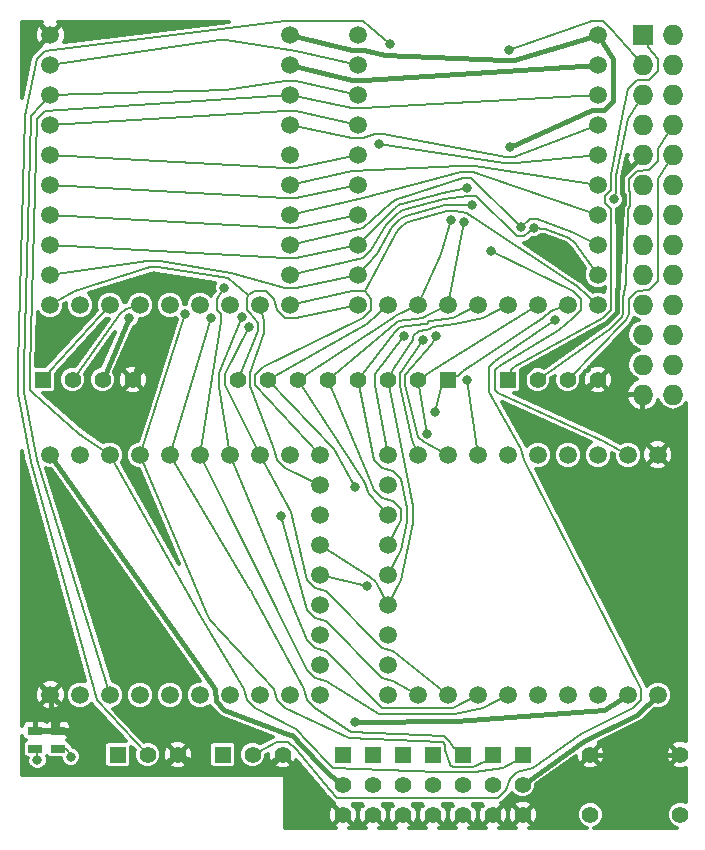
<source format=gtl>
%FSLAX46Y46*%
G04 Gerber Fmt 4.6, Leading zero omitted, Abs format (unit mm)*
G04 Created by KiCad (PCBNEW (2014-08-05 BZR 5054)-product) date mar 16 sep 2014 17:31:46 COT*
%MOMM*%
G01*
G04 APERTURE LIST*
%ADD10C,0.100000*%
%ADD11R,1.727200X1.727200*%
%ADD12O,1.727200X1.727200*%
%ADD13R,1.143000X0.635000*%
%ADD14R,1.397000X1.397000*%
%ADD15C,1.397000*%
%ADD16C,1.500000*%
%ADD17C,0.800000*%
%ADD18C,0.400000*%
%ADD19C,0.200000*%
%ADD20C,0.300000*%
G04 APERTURE END LIST*
D10*
D11*
X153670000Y-83820000D03*
D12*
X156210000Y-83820000D03*
X153670000Y-86360000D03*
X156210000Y-86360000D03*
X153670000Y-88900000D03*
X156210000Y-88900000D03*
X153670000Y-91440000D03*
X156210000Y-91440000D03*
X153670000Y-93980000D03*
X156210000Y-93980000D03*
X153670000Y-96520000D03*
X156210000Y-96520000D03*
X153670000Y-99060000D03*
X156210000Y-99060000D03*
X153670000Y-101600000D03*
X156210000Y-101600000D03*
X153670000Y-104140000D03*
X156210000Y-104140000D03*
X153670000Y-106680000D03*
X156210000Y-106680000D03*
X153670000Y-109220000D03*
X156210000Y-109220000D03*
X153670000Y-111760000D03*
X156210000Y-111760000D03*
X153670000Y-114300000D03*
X156210000Y-114300000D03*
D13*
X104140000Y-144272000D03*
X104140000Y-142748000D03*
X102235000Y-144272000D03*
X102235000Y-142748000D03*
D14*
X118110000Y-144780000D03*
D15*
X120650000Y-144780000D03*
X123190000Y-144780000D03*
D14*
X109220000Y-144780000D03*
D15*
X111760000Y-144780000D03*
X114300000Y-144780000D03*
X156845000Y-144780000D03*
X156845000Y-149860000D03*
X149225000Y-144780000D03*
X149225000Y-149860000D03*
D16*
X103505000Y-119380000D03*
X106045000Y-119380000D03*
X108585000Y-119380000D03*
X111125000Y-119380000D03*
X113665000Y-119380000D03*
X116205000Y-119380000D03*
X118745000Y-119380000D03*
X121285000Y-119380000D03*
X123825000Y-119380000D03*
X126365000Y-119380000D03*
X126365000Y-121920000D03*
X126365000Y-124460000D03*
X126365000Y-127000000D03*
X126365000Y-129540000D03*
X126365000Y-132080000D03*
X126365000Y-134620000D03*
X126365000Y-137160000D03*
X126365000Y-139700000D03*
X123825000Y-139700000D03*
X121285000Y-139700000D03*
X118745000Y-139700000D03*
X116205000Y-139700000D03*
X113665000Y-139700000D03*
X111125000Y-139700000D03*
X108585000Y-139700000D03*
X106045000Y-139700000D03*
X103505000Y-139700000D03*
X123825000Y-83820000D03*
X123825000Y-86360000D03*
X123825000Y-88900000D03*
X123825000Y-91440000D03*
X123825000Y-93980000D03*
X123825000Y-96520000D03*
X123825000Y-99060000D03*
X123825000Y-101600000D03*
X123825000Y-104140000D03*
X123825000Y-106680000D03*
X121285000Y-106680000D03*
X118745000Y-106680000D03*
X116205000Y-106680000D03*
X113665000Y-106680000D03*
X111125000Y-106680000D03*
X108585000Y-106680000D03*
X106045000Y-106680000D03*
X103505000Y-106680000D03*
X103505000Y-104140000D03*
X103505000Y-101600000D03*
X103505000Y-99060000D03*
X103505000Y-96520000D03*
X103505000Y-93980000D03*
X103505000Y-91440000D03*
X103505000Y-88900000D03*
X103505000Y-86360000D03*
X103505000Y-83820000D03*
X149860000Y-83820000D03*
X149860000Y-86360000D03*
X149860000Y-88900000D03*
X149860000Y-91440000D03*
X149860000Y-93980000D03*
X149860000Y-96520000D03*
X149860000Y-99060000D03*
X149860000Y-101600000D03*
X149860000Y-104140000D03*
X149860000Y-106680000D03*
X147320000Y-106680000D03*
X144780000Y-106680000D03*
X142240000Y-106680000D03*
X139700000Y-106680000D03*
X137160000Y-106680000D03*
X134620000Y-106680000D03*
X132080000Y-106680000D03*
X129540000Y-106680000D03*
X129540000Y-104140000D03*
X129540000Y-101600000D03*
X129540000Y-99060000D03*
X129540000Y-96520000D03*
X129540000Y-93980000D03*
X129540000Y-91440000D03*
X129540000Y-88900000D03*
X129540000Y-86360000D03*
X129540000Y-83820000D03*
X154940000Y-139700000D03*
X152400000Y-139700000D03*
X149860000Y-139700000D03*
X147320000Y-139700000D03*
X144780000Y-139700000D03*
X142240000Y-139700000D03*
X139700000Y-139700000D03*
X137160000Y-139700000D03*
X134620000Y-139700000D03*
X132080000Y-139700000D03*
X132080000Y-137160000D03*
X132080000Y-134620000D03*
X132080000Y-132080000D03*
X132080000Y-129540000D03*
X132080000Y-127000000D03*
X132080000Y-124460000D03*
X132080000Y-121920000D03*
X132080000Y-119380000D03*
X134620000Y-119380000D03*
X137160000Y-119380000D03*
X139700000Y-119380000D03*
X142240000Y-119380000D03*
X144780000Y-119380000D03*
X147320000Y-119380000D03*
X149860000Y-119380000D03*
X152400000Y-119380000D03*
X154940000Y-119380000D03*
D14*
X143510000Y-144780000D03*
D15*
X143510000Y-147320000D03*
X143510000Y-149860000D03*
D14*
X135890000Y-144780000D03*
D15*
X135890000Y-147320000D03*
X135890000Y-149860000D03*
D14*
X140970000Y-144780000D03*
D15*
X140970000Y-147320000D03*
X140970000Y-149860000D03*
D14*
X133350000Y-144780000D03*
D15*
X133350000Y-147320000D03*
X133350000Y-149860000D03*
D14*
X138430000Y-144780000D03*
D15*
X138430000Y-147320000D03*
X138430000Y-149860000D03*
D14*
X130810000Y-144780000D03*
D15*
X130810000Y-147320000D03*
X130810000Y-149860000D03*
D14*
X128270000Y-144780000D03*
D15*
X128270000Y-147320000D03*
X128270000Y-149860000D03*
D14*
X102870000Y-113030000D03*
D15*
X105410000Y-113030000D03*
X107950000Y-113030000D03*
X110490000Y-113030000D03*
D14*
X142240000Y-113030000D03*
D15*
X144780000Y-113030000D03*
X147320000Y-113030000D03*
X149860000Y-113030000D03*
D14*
X137160000Y-113030000D03*
D15*
X134620000Y-113030000D03*
X132080000Y-113030000D03*
X129540000Y-113030000D03*
X127000000Y-113030000D03*
X124460000Y-113030000D03*
X121920000Y-113030000D03*
X119380000Y-113030000D03*
D17*
X142410300Y-93355500D03*
X129336300Y-142038000D03*
X110212000Y-107816300D03*
X114933000Y-107461300D03*
X131365600Y-93066000D03*
X117123100Y-107824100D03*
X118241700Y-105252300D03*
X119709300Y-107682800D03*
X143322800Y-100097000D03*
X120308100Y-108563400D03*
X144423200Y-100190800D03*
X123064100Y-124551100D03*
X136109800Y-115780700D03*
X135422700Y-117590800D03*
X130285100Y-130502900D03*
X138494600Y-99646500D03*
X137453100Y-99501800D03*
X129314400Y-122083400D03*
X133463300Y-109305100D03*
X135040200Y-109689200D03*
X139202300Y-98258300D03*
X136146600Y-109367200D03*
X138799400Y-96761000D03*
X138821200Y-113071100D03*
X140799700Y-102119500D03*
X112263000Y-104285800D03*
X106299300Y-116784500D03*
X145061300Y-101061900D03*
X147117100Y-101799200D03*
X105255400Y-144936600D03*
X102423100Y-145219500D03*
X142352800Y-85094700D03*
X151215000Y-97759700D03*
X146212400Y-108003200D03*
X132246100Y-84599600D03*
D18*
X149342200Y-90190000D02*
X142410300Y-93355500D01*
X150377800Y-90150000D02*
X149342200Y-90190000D01*
X151110000Y-89417800D02*
X150377800Y-90150000D01*
X151110000Y-88382200D02*
X151110000Y-89417800D01*
X151110000Y-85842200D02*
X151110000Y-88382200D01*
X149860000Y-83820000D02*
X151110000Y-85842200D01*
X117455000Y-139182200D02*
X103505000Y-119380000D01*
X117495000Y-140217800D02*
X117455000Y-139182200D01*
X118227200Y-140950000D02*
X117495000Y-140217800D01*
X123799100Y-143081500D02*
X118227200Y-140950000D01*
X123960300Y-143148300D02*
X123799100Y-143081500D01*
X124821700Y-144009700D02*
X123960300Y-143148300D01*
X126571500Y-145892700D02*
X124821700Y-144009700D01*
X127157300Y-146478500D02*
X126571500Y-145892700D01*
X128270000Y-147320000D02*
X127157300Y-146478500D01*
X148728600Y-143581500D02*
X143510000Y-147320000D01*
X153199500Y-141375400D02*
X148728600Y-143581500D01*
X154940000Y-139700000D02*
X153199500Y-141375400D01*
X142725600Y-85994700D02*
X149860000Y-83820000D01*
X141980000Y-85994700D02*
X142725600Y-85994700D01*
X131873300Y-85499600D02*
X141980000Y-85994700D01*
X130057800Y-85110000D02*
X131873300Y-85499600D01*
X129022200Y-85070000D02*
X130057800Y-85110000D01*
X123825000Y-83820000D02*
X129022200Y-85070000D01*
X107950000Y-113030000D02*
X110212000Y-107816300D01*
X129022200Y-87610000D02*
X123825000Y-86360000D01*
X130057800Y-87610000D02*
X129022200Y-87610000D01*
X149860000Y-86360000D02*
X130057800Y-87610000D01*
X137878800Y-141950000D02*
X129336300Y-142038000D01*
X150377800Y-140950000D02*
X137878800Y-141950000D01*
X152400000Y-139700000D02*
X150377800Y-140950000D01*
D19*
X142911500Y-145378500D02*
X143510000Y-144780000D01*
X142811500Y-145378500D02*
X142911500Y-145378500D01*
X142770100Y-145378500D02*
X142811500Y-145378500D01*
X141834200Y-145878500D02*
X142770100Y-145378500D01*
X139499300Y-146273800D02*
X141834200Y-145878500D01*
X139457900Y-146273800D02*
X139499300Y-146273800D01*
X138799100Y-146273800D02*
X139457900Y-146273800D01*
X137360700Y-146273800D02*
X138799100Y-146273800D01*
X136345000Y-146221500D02*
X137360700Y-146273800D01*
X127405800Y-145878500D02*
X136345000Y-146221500D01*
X127171500Y-145644200D02*
X127405800Y-145878500D01*
X125330400Y-143669800D02*
X127171500Y-145644200D01*
X124300200Y-142639600D02*
X125330400Y-143669800D01*
X120808700Y-140850000D02*
X124300200Y-142639600D01*
X120135000Y-140176300D02*
X120808700Y-140850000D01*
X119895000Y-139223700D02*
X120135000Y-140176300D01*
X116542100Y-133555300D02*
X119895000Y-139223700D01*
X116279900Y-133101100D02*
X116542100Y-133555300D01*
X108585000Y-119380000D02*
X116279900Y-133101100D01*
X105967900Y-117584500D02*
X108585000Y-119380000D01*
X102005800Y-114128500D02*
X105967900Y-117584500D01*
X101771500Y-113894200D02*
X102005800Y-114128500D01*
X101771500Y-113562800D02*
X101771500Y-113894200D01*
X101771500Y-112165800D02*
X101771500Y-113562800D01*
X102355000Y-90963700D02*
X101771500Y-112165800D01*
X103028700Y-90290000D02*
X102355000Y-90963700D01*
X123825000Y-88900000D02*
X103028700Y-90290000D01*
X129063700Y-90050000D02*
X123825000Y-88900000D01*
X130016300Y-90050000D02*
X129063700Y-90050000D01*
X149860000Y-88900000D02*
X130016300Y-90050000D01*
X140371500Y-145378500D02*
X140970000Y-144780000D01*
X140271500Y-145378500D02*
X140371500Y-145378500D01*
X140230100Y-145378500D02*
X140271500Y-145378500D01*
X139272500Y-145826200D02*
X140230100Y-145378500D01*
X138984500Y-145826200D02*
X139272500Y-145826200D01*
X137587500Y-145826200D02*
X138984500Y-145826200D01*
X137383800Y-145622500D02*
X137587500Y-145826200D01*
X137331500Y-145544200D02*
X137383800Y-145622500D01*
X136936200Y-144410900D02*
X137331500Y-145544200D01*
X136936200Y-143937500D02*
X136936200Y-144410900D01*
X136732500Y-143733800D02*
X136936200Y-143937500D01*
X136654200Y-143681500D02*
X136732500Y-143733800D01*
X128806400Y-143338000D02*
X136654200Y-143681500D01*
X128791700Y-143331900D02*
X128806400Y-143338000D01*
X123348700Y-140850000D02*
X128791700Y-143331900D01*
X122675000Y-140176300D02*
X123348700Y-140850000D01*
X122435000Y-139223700D02*
X122675000Y-140176300D01*
X117042100Y-133348200D02*
X122435000Y-139223700D01*
X116779900Y-132894000D02*
X117042100Y-133348200D01*
X111125000Y-119380000D02*
X116779900Y-132894000D01*
X114933000Y-107461300D02*
X111125000Y-119380000D01*
X129063700Y-92590000D02*
X123825000Y-91440000D01*
X130016300Y-92590000D02*
X129063700Y-92590000D01*
X131034200Y-92266000D02*
X130016300Y-92590000D01*
X131697000Y-92266000D02*
X131034200Y-92266000D01*
X142078900Y-94155500D02*
X131697000Y-92266000D01*
X142741700Y-94155500D02*
X142078900Y-94155500D01*
X149860000Y-91440000D02*
X142741700Y-94155500D01*
X137831500Y-144181500D02*
X138430000Y-144780000D01*
X137731500Y-144181500D02*
X137831500Y-144181500D01*
X137690100Y-144181500D02*
X137731500Y-144181500D01*
X137631500Y-144122900D02*
X137690100Y-144181500D01*
X137383800Y-143710700D02*
X137631500Y-144122900D01*
X136859300Y-143186200D02*
X137383800Y-143710700D01*
X129004900Y-142838000D02*
X136859300Y-143186200D01*
X125888700Y-140850000D02*
X129004900Y-142838000D01*
X125215000Y-140176300D02*
X125888700Y-140850000D01*
X124975000Y-139223700D02*
X125215000Y-140176300D01*
X120710100Y-131266000D02*
X124975000Y-139223700D01*
X120460700Y-130834000D02*
X120710100Y-131266000D01*
X120447800Y-130811700D02*
X120460700Y-130834000D01*
X113665000Y-119380000D02*
X120447800Y-130811700D01*
X117123100Y-107824100D02*
X113665000Y-119380000D01*
X141880400Y-94655500D02*
X131365600Y-93066000D01*
X142940200Y-94655500D02*
X141880400Y-94655500D01*
X149860000Y-93980000D02*
X142940200Y-94655500D01*
X140176300Y-140850000D02*
X142240000Y-139700000D01*
X137759500Y-141350000D02*
X140176300Y-140850000D01*
X136560500Y-141350000D02*
X137759500Y-141350000D01*
X131480500Y-141350000D02*
X136560500Y-141350000D01*
X131337200Y-141290600D02*
X131480500Y-141350000D01*
X126841300Y-138550000D02*
X131337200Y-141290600D01*
X125888700Y-138310000D02*
X126841300Y-138550000D01*
X125215000Y-137636300D02*
X125888700Y-138310000D01*
X116205000Y-119380000D02*
X125215000Y-137636300D01*
X117281500Y-112341300D02*
X116205000Y-119380000D01*
X117923100Y-108155500D02*
X117281500Y-112341300D01*
X117923100Y-107492700D02*
X117923100Y-108155500D01*
X117595000Y-107156300D02*
X117923100Y-107492700D01*
X117595000Y-106203700D02*
X117595000Y-107156300D01*
X118241700Y-105252300D02*
X117595000Y-106203700D01*
X129063700Y-95370000D02*
X123825000Y-96520000D01*
X138170100Y-94961000D02*
X129063700Y-95370000D01*
X139428700Y-94961000D02*
X138170100Y-94961000D01*
X149860000Y-96520000D02*
X139428700Y-94961000D01*
X137636300Y-140850000D02*
X139700000Y-139700000D01*
X136683700Y-140850000D02*
X137636300Y-140850000D01*
X131603700Y-140850000D02*
X136683700Y-140850000D01*
X130930000Y-140176300D02*
X131603700Y-140850000D01*
X127515000Y-136683700D02*
X130930000Y-140176300D01*
X126841300Y-136010000D02*
X127515000Y-136683700D01*
X125888700Y-135770000D02*
X126841300Y-136010000D01*
X125215000Y-135096300D02*
X125888700Y-135770000D01*
X118745000Y-119380000D02*
X125215000Y-135096300D01*
X130016300Y-97670000D02*
X123825000Y-99060000D01*
X138269500Y-95461000D02*
X130016300Y-97670000D01*
X139329300Y-95461000D02*
X138269500Y-95461000D01*
X149860000Y-99060000D02*
X139329300Y-95461000D01*
X117781500Y-112440800D02*
X119709300Y-107682800D01*
X117781500Y-113619200D02*
X117781500Y-112440800D01*
X118745000Y-119380000D02*
X117781500Y-113619200D01*
X130016300Y-100210000D02*
X123825000Y-101600000D01*
X132394000Y-98026400D02*
X130016300Y-100210000D01*
X132848300Y-97764200D02*
X132394000Y-98026400D01*
X133160400Y-97634900D02*
X132848300Y-97764200D01*
X138468000Y-95961000D02*
X133160400Y-97634900D01*
X139130800Y-95961000D02*
X138468000Y-95961000D01*
X143322800Y-100097000D02*
X139130800Y-95961000D01*
X118281500Y-112575000D02*
X120308100Y-108563400D01*
X118281500Y-113485000D02*
X118281500Y-112575000D01*
X121285000Y-119380000D02*
X118281500Y-113485000D01*
X123864100Y-124219700D02*
X121285000Y-119380000D01*
X125215000Y-130016300D02*
X123864100Y-124219700D01*
X125888700Y-130690000D02*
X125215000Y-130016300D01*
X126841300Y-130930000D02*
X125888700Y-130690000D01*
X127515000Y-131603700D02*
X126841300Y-130930000D01*
X130930000Y-135096300D02*
X127515000Y-131603700D01*
X131603700Y-135770000D02*
X130930000Y-135096300D01*
X132556300Y-136010000D02*
X131603700Y-135770000D01*
X137160000Y-139700000D02*
X132556300Y-136010000D01*
X144091800Y-99390800D02*
X143322800Y-100097000D01*
X144754600Y-99390800D02*
X144091800Y-99390800D01*
X147647000Y-100499200D02*
X144754600Y-99390800D01*
X147661700Y-100505300D02*
X147647000Y-100499200D01*
X149860000Y-101600000D02*
X147661700Y-100505300D01*
X143654200Y-100897000D02*
X144423200Y-100190800D01*
X142991400Y-100897000D02*
X143654200Y-100897000D01*
X139512400Y-97509600D02*
X142991400Y-100897000D01*
X138892200Y-97509600D02*
X139512400Y-97509600D01*
X136823800Y-97701800D02*
X138892200Y-97509600D01*
X133391800Y-98634900D02*
X136823800Y-97701800D01*
X132937500Y-98897100D02*
X133391800Y-98634900D01*
X132584900Y-99249700D02*
X132937500Y-98897100D01*
X131935200Y-99899400D02*
X132584900Y-99249700D01*
X131917100Y-99917600D02*
X131935200Y-99899400D01*
X131667700Y-100349600D02*
X131917100Y-99917600D01*
X131654900Y-100371800D02*
X131667700Y-100349600D01*
X130690000Y-102076300D02*
X131654900Y-100371800D01*
X130016300Y-102750000D02*
X130690000Y-102076300D01*
X123825000Y-104140000D02*
X130016300Y-102750000D01*
X125215000Y-132556300D02*
X123064100Y-124551100D01*
X125888700Y-133230000D02*
X125215000Y-132556300D01*
X126841300Y-133470000D02*
X125888700Y-133230000D01*
X127515000Y-134143700D02*
X126841300Y-133470000D01*
X130930000Y-137636300D02*
X127515000Y-134143700D01*
X131603700Y-138310000D02*
X130930000Y-137636300D01*
X132556300Y-138550000D02*
X131603700Y-138310000D01*
X134620000Y-139700000D02*
X132556300Y-138550000D01*
X145392700Y-100261900D02*
X144423200Y-100190800D01*
X147448500Y-100999200D02*
X145392700Y-100261900D01*
X147917100Y-101467800D02*
X147448500Y-100999200D01*
X149860000Y-104140000D02*
X147917100Y-101467800D01*
X129063700Y-105530000D02*
X123825000Y-106680000D01*
X130161900Y-105506800D02*
X129063700Y-105530000D01*
X130690000Y-106203700D02*
X130161900Y-105506800D01*
X130690000Y-107156300D02*
X130690000Y-106203700D01*
X130016300Y-107830000D02*
X130690000Y-107156300D01*
X121486600Y-111983800D02*
X130016300Y-107830000D01*
X120873800Y-112596600D02*
X121486600Y-111983800D01*
X120873800Y-113463400D02*
X120873800Y-112596600D01*
X126365000Y-119380000D02*
X120873800Y-113463400D01*
X130690000Y-104616300D02*
X130161900Y-105506800D01*
X132654900Y-100786000D02*
X130690000Y-104616300D01*
X132667700Y-100763800D02*
X132654900Y-100786000D01*
X132917100Y-100331800D02*
X132667700Y-100763800D01*
X132935200Y-100313600D02*
X132917100Y-100331800D01*
X132999100Y-100249700D02*
X132935200Y-100313600D01*
X133351700Y-99897100D02*
X132999100Y-100249700D01*
X133806000Y-99634900D02*
X133351700Y-99897100D01*
X137121700Y-98701800D02*
X133806000Y-99634900D01*
X137784500Y-98701800D02*
X137121700Y-98701800D01*
X138801500Y-98905500D02*
X137784500Y-98701800D01*
X138895400Y-98999300D02*
X138801500Y-98905500D01*
X148062800Y-105089400D02*
X138895400Y-98999300D01*
X149860000Y-106680000D02*
X148062800Y-105089400D01*
X136561500Y-113769900D02*
X136109800Y-115780700D01*
X136561500Y-113728500D02*
X136561500Y-113769900D01*
X136561500Y-113628500D02*
X136561500Y-113728500D01*
X137160000Y-113030000D02*
X136561500Y-113628500D01*
X137758500Y-112731500D02*
X137160000Y-113030000D01*
X137858500Y-112731500D02*
X137758500Y-112731500D01*
X138024200Y-112731500D02*
X137858500Y-112731500D01*
X138489800Y-112271100D02*
X138024200Y-112731500D01*
X145256100Y-107829300D02*
X138489800Y-112271100D01*
X145881300Y-107203900D02*
X145256100Y-107829300D01*
X147320000Y-106680000D02*
X145881300Y-107203900D01*
X123348700Y-120530000D02*
X126365000Y-121920000D01*
X122675000Y-119856300D02*
X123348700Y-120530000D01*
X122435000Y-118903700D02*
X122675000Y-119856300D01*
X120426200Y-113598400D02*
X122435000Y-118903700D01*
X120426200Y-112461600D02*
X120426200Y-113598400D01*
X121608100Y-109093300D02*
X120426200Y-112461600D01*
X121608100Y-108033500D02*
X121608100Y-109093300D01*
X121285000Y-106680000D02*
X121608100Y-108033500D01*
X136295800Y-111931500D02*
X134620000Y-113030000D01*
X144780000Y-106680000D02*
X136295800Y-111931500D01*
X134620000Y-113030000D02*
X135422700Y-117590800D01*
X130616500Y-129702900D02*
X126365000Y-127000000D01*
X131085100Y-130171500D02*
X130616500Y-129702900D01*
X132080000Y-132080000D02*
X131085100Y-130171500D01*
X133230000Y-130016300D02*
X132080000Y-132080000D01*
X133730000Y-127599500D02*
X133230000Y-130016300D01*
X134230000Y-125158900D02*
X133730000Y-127599500D01*
X134230000Y-123761100D02*
X134230000Y-125158900D01*
X132080000Y-113030000D02*
X134230000Y-123761100D01*
X132649200Y-112033100D02*
X132080000Y-113030000D01*
X134251800Y-109631700D02*
X132649200Y-112033100D01*
X134251700Y-109362600D02*
X134251800Y-109631700D01*
X134713600Y-108900700D02*
X134251700Y-109362600D01*
X135318900Y-108830000D02*
X134713600Y-108900700D01*
X135646100Y-108694500D02*
X135318900Y-108830000D01*
X135815200Y-108567200D02*
X135646100Y-108694500D01*
X137759500Y-108330000D02*
X135815200Y-108567200D01*
X140176300Y-107830000D02*
X137759500Y-108330000D01*
X142240000Y-106680000D02*
X140176300Y-107830000D01*
X130285100Y-130502900D02*
X126365000Y-129540000D01*
X133230000Y-127476300D02*
X132080000Y-129540000D01*
X133730000Y-125059500D02*
X133230000Y-127476300D01*
X133730000Y-123860500D02*
X133730000Y-125059500D01*
X133230000Y-121443700D02*
X133730000Y-123860500D01*
X132556300Y-120770000D02*
X133230000Y-121443700D01*
X131603700Y-120530000D02*
X132556300Y-120770000D01*
X130930000Y-119856300D02*
X131603700Y-120530000D01*
X129540000Y-113030000D02*
X130930000Y-119856300D01*
X132692200Y-108985700D02*
X129540000Y-113030000D01*
X133143900Y-108534000D02*
X132692200Y-108985700D01*
X134510300Y-108389200D02*
X133143900Y-108534000D01*
X135219500Y-108330000D02*
X134510300Y-108389200D01*
X135362800Y-108270600D02*
X135219500Y-108330000D01*
X135602000Y-108073300D02*
X135362800Y-108270600D01*
X135616700Y-108067200D02*
X135602000Y-108073300D01*
X137636300Y-107830000D02*
X135616700Y-108067200D01*
X139700000Y-106680000D02*
X137636300Y-107830000D01*
X137160000Y-106680000D02*
X138494600Y-99646500D01*
X135318800Y-107649400D02*
X137160000Y-106680000D01*
X135096300Y-107830000D02*
X135318800Y-107649400D01*
X134410900Y-107889200D02*
X135096300Y-107830000D01*
X132948800Y-108062900D02*
X134410900Y-107889200D01*
X132790100Y-108221600D02*
X132948800Y-108062900D01*
X127000000Y-113030000D02*
X132790100Y-108221600D01*
X130608300Y-121538800D02*
X127000000Y-113030000D01*
X130614400Y-121553500D02*
X130608300Y-121538800D01*
X130930000Y-122396300D02*
X130614400Y-121553500D01*
X131603700Y-123070000D02*
X130930000Y-122396300D01*
X132556300Y-123310000D02*
X131603700Y-123070000D01*
X133230000Y-123983700D02*
X132556300Y-123310000D01*
X133230000Y-124936300D02*
X133230000Y-123983700D01*
X132080000Y-127000000D02*
X133230000Y-124936300D01*
X109880600Y-107016300D02*
X111125000Y-106680000D01*
X109412000Y-107484900D02*
X109880600Y-107016300D01*
X105410000Y-113030000D02*
X109412000Y-107484900D01*
X136585100Y-102413900D02*
X137453100Y-99501800D01*
X134620000Y-106680000D02*
X136585100Y-102413900D01*
X132684700Y-107660900D02*
X134620000Y-106680000D01*
X132544400Y-107801100D02*
X132684700Y-107660900D01*
X124460000Y-113030000D02*
X132544400Y-107801100D01*
X130114400Y-121752000D02*
X124460000Y-113030000D01*
X130430000Y-122519500D02*
X130114400Y-121752000D01*
X130489400Y-122662800D02*
X130430000Y-122519500D01*
X132080000Y-124460000D02*
X130489400Y-122662800D01*
X103468500Y-112290100D02*
X108585000Y-106680000D01*
X103468500Y-112331500D02*
X103468500Y-112290100D01*
X103468500Y-112431500D02*
X103468500Y-112331500D01*
X102870000Y-113030000D02*
X103468500Y-112431500D01*
X130282800Y-108270600D02*
X121920000Y-113030000D01*
X132080000Y-106680000D02*
X130282800Y-108270600D01*
X127515000Y-118903700D02*
X121920000Y-113030000D01*
X129314400Y-122083400D02*
X127515000Y-118903700D01*
X130981500Y-113485000D02*
X132080000Y-119380000D01*
X130981500Y-112575000D02*
X130981500Y-113485000D01*
X133463300Y-109305100D02*
X130981500Y-112575000D01*
X120808700Y-105530000D02*
X120285600Y-105846600D01*
X121761300Y-105530000D02*
X120808700Y-105530000D01*
X122435000Y-106203700D02*
X121761300Y-105530000D01*
X122675000Y-107156300D02*
X122435000Y-106203700D01*
X123348700Y-107830000D02*
X122675000Y-107156300D01*
X124301300Y-107830000D02*
X123348700Y-107830000D01*
X129540000Y-106680000D02*
X124301300Y-107830000D01*
X118573100Y-104452300D02*
X120285600Y-105846600D01*
X112594400Y-103485800D02*
X118573100Y-104452300D01*
X111931600Y-103485800D02*
X112594400Y-103485800D01*
X105568700Y-105530000D02*
X111931600Y-103485800D01*
X103505000Y-106680000D02*
X105568700Y-105530000D01*
X121108100Y-108894800D02*
X119380000Y-113030000D01*
X121108100Y-108232000D02*
X121108100Y-108894800D01*
X120445900Y-107377700D02*
X121108100Y-108232000D01*
X120198400Y-107130100D02*
X120445900Y-107377700D01*
X120198400Y-106229900D02*
X120198400Y-107130100D01*
X120285600Y-105846600D02*
X120198400Y-106229900D01*
X137983000Y-98201800D02*
X139202300Y-98258300D01*
X136923200Y-98201800D02*
X137983000Y-98201800D01*
X133598900Y-99134900D02*
X136923200Y-98201800D01*
X133144600Y-99397100D02*
X133598900Y-99134900D01*
X132792000Y-99749700D02*
X133144600Y-99397100D01*
X132435200Y-100106500D02*
X132792000Y-99749700D01*
X132417100Y-100124700D02*
X132435200Y-100106500D01*
X131130600Y-102342800D02*
X132417100Y-100124700D01*
X129540000Y-104140000D02*
X131130600Y-102342800D01*
X133161800Y-112375700D02*
X135040200Y-109689200D01*
X133126200Y-112461600D02*
X133161800Y-112375700D01*
X133126200Y-113598400D02*
X133126200Y-112461600D01*
X134122700Y-118120700D02*
X133126200Y-113598400D01*
X134620000Y-119380000D02*
X134122700Y-118120700D01*
X124301300Y-105290000D02*
X129540000Y-104140000D01*
X123348700Y-105290000D02*
X124301300Y-105290000D01*
X118771600Y-103952300D02*
X123348700Y-105290000D01*
X112792900Y-102985800D02*
X118771600Y-103952300D01*
X111733100Y-102985800D02*
X112792900Y-102985800D01*
X103505000Y-104140000D02*
X111733100Y-102985800D01*
X136724300Y-97201800D02*
X138799400Y-96761000D01*
X133259900Y-98134900D02*
X136724300Y-97201800D01*
X133131500Y-98188000D02*
X133259900Y-98134900D01*
X132677200Y-98450200D02*
X133131500Y-98188000D01*
X132324600Y-98802800D02*
X132677200Y-98450200D01*
X131488300Y-99639100D02*
X132324600Y-98802800D01*
X131470200Y-99657300D02*
X131488300Y-99639100D01*
X129540000Y-101600000D02*
X131470200Y-99657300D01*
X135840200Y-110020600D02*
X136146600Y-109367200D01*
X133573800Y-112596600D02*
X135840200Y-110020600D01*
X133573800Y-113463400D02*
X133573800Y-112596600D01*
X134681300Y-117897900D02*
X133573800Y-113463400D01*
X135115600Y-118332200D02*
X134681300Y-117897900D01*
X137160000Y-119380000D02*
X135115600Y-118332200D01*
X124301300Y-102750000D02*
X129540000Y-101600000D01*
X123348700Y-102750000D02*
X124301300Y-102750000D01*
X103505000Y-101600000D02*
X123348700Y-102750000D01*
X138821200Y-113071100D02*
X139700000Y-119380000D01*
X124301300Y-100210000D02*
X129540000Y-99060000D01*
X123348700Y-100210000D02*
X124301300Y-100210000D01*
X103505000Y-99060000D02*
X123348700Y-100210000D01*
X124301300Y-97670000D02*
X129540000Y-96520000D01*
X123348700Y-97670000D02*
X124301300Y-97670000D01*
X103505000Y-96520000D02*
X123348700Y-97670000D01*
X124301300Y-95130000D02*
X129540000Y-93980000D01*
X123348700Y-95130000D02*
X124301300Y-95130000D01*
X103505000Y-93980000D02*
X123348700Y-95130000D01*
X124301300Y-90290000D02*
X129540000Y-91440000D01*
X123348700Y-90290000D02*
X124301300Y-90290000D01*
X103505000Y-91440000D02*
X123348700Y-90290000D01*
X102355000Y-119856300D02*
X108585000Y-139700000D01*
X101271500Y-114101300D02*
X102355000Y-119856300D01*
X101271500Y-113355700D02*
X101271500Y-114101300D01*
X101271500Y-111958700D02*
X101271500Y-113355700D01*
X101855000Y-90840500D02*
X101271500Y-111958700D01*
X101914400Y-90697200D02*
X101855000Y-90840500D01*
X103505000Y-88900000D02*
X101914400Y-90697200D01*
X124301300Y-87750000D02*
X129540000Y-88900000D01*
X123348700Y-87750000D02*
X124301300Y-87750000D01*
X118417400Y-88460900D02*
X123348700Y-87750000D01*
X103505000Y-88900000D02*
X118417400Y-88460900D01*
X124301300Y-85210000D02*
X129540000Y-86360000D01*
X118417400Y-84259100D02*
X124301300Y-85210000D01*
X117892900Y-84259100D02*
X118417400Y-84259100D01*
X117802500Y-84259100D02*
X117892900Y-84259100D01*
X103505000Y-86360000D02*
X117802500Y-84259100D01*
X147796300Y-105530000D02*
X140799700Y-102119500D01*
X148470000Y-106203700D02*
X147796300Y-105530000D01*
X148470000Y-107156300D02*
X148470000Y-106203700D01*
X147796300Y-107830000D02*
X148470000Y-107156300D01*
X146543800Y-108803200D02*
X147796300Y-107830000D01*
X141375800Y-111931500D02*
X146543800Y-108803200D01*
X141141500Y-112165800D02*
X141375800Y-111931500D01*
X141141500Y-113562800D02*
X141141500Y-112165800D01*
X141141500Y-113894200D02*
X141141500Y-113562800D01*
X141375800Y-114128500D02*
X141141500Y-113894200D01*
X150336300Y-118230000D02*
X141375800Y-114128500D01*
X152400000Y-119380000D02*
X150336300Y-118230000D01*
D18*
X147117100Y-101799200D02*
X145061300Y-101061900D01*
X149225000Y-144780000D02*
X156845000Y-144780000D01*
X123190000Y-144780000D02*
X128270000Y-149860000D01*
X121146400Y-145978500D02*
X123190000Y-144780000D01*
X119015600Y-145978500D02*
X121146400Y-145978500D01*
X118601400Y-145978500D02*
X119015600Y-145978500D01*
X117204400Y-145978500D02*
X118601400Y-145978500D01*
X114300000Y-144780000D02*
X117204400Y-145978500D01*
X112256400Y-145978500D02*
X114300000Y-144780000D01*
X110125600Y-145978500D02*
X112256400Y-145978500D01*
X109711400Y-145978500D02*
X110125600Y-145978500D01*
X108314400Y-145978500D02*
X109711400Y-145978500D01*
X104794300Y-142865500D02*
X108314400Y-145978500D01*
X104711500Y-142865500D02*
X104794300Y-142865500D01*
X104511500Y-142865500D02*
X104711500Y-142865500D01*
X104140000Y-142748000D02*
X104511500Y-142865500D01*
X103768500Y-142630500D02*
X104140000Y-142748000D01*
X103768500Y-142430500D02*
X103768500Y-142630500D01*
X103768500Y-142347700D02*
X103768500Y-142430500D01*
X103505000Y-139700000D02*
X103768500Y-142347700D01*
X102606500Y-142748000D02*
X102235000Y-142748000D01*
X102806500Y-142748000D02*
X102606500Y-142748000D01*
X103568500Y-142748000D02*
X102806500Y-142748000D01*
X103768500Y-142748000D02*
X103568500Y-142748000D01*
X104140000Y-142748000D02*
X103768500Y-142748000D01*
X112375000Y-106162200D02*
X112263000Y-104285800D01*
X112375000Y-107197800D02*
X112375000Y-106162200D01*
X110490000Y-113030000D02*
X112375000Y-107197800D01*
X147816400Y-114228500D02*
X149860000Y-113030000D01*
X146823600Y-114228500D02*
X147816400Y-114228500D01*
X144283600Y-114228500D02*
X146823600Y-114228500D01*
X143581500Y-113526400D02*
X144283600Y-114228500D01*
X143581500Y-112533600D02*
X143581500Y-113526400D01*
X144283600Y-111831500D02*
X143581500Y-112533600D01*
D19*
X150590700Y-108252500D02*
X144283600Y-111831500D01*
D18*
X151432500Y-107410700D02*
X150590700Y-108252500D01*
X151488600Y-107275200D02*
X151432500Y-107410700D01*
X151488600Y-105974800D02*
X151488600Y-107275200D01*
X151610000Y-104759400D02*
X151488600Y-105974800D01*
X151878600Y-98432400D02*
X151610000Y-104759400D01*
X151959500Y-98237100D02*
X151878600Y-98432400D01*
X152064600Y-98111600D02*
X151959500Y-98237100D01*
X152064600Y-97407800D02*
X152064600Y-98111600D01*
X152001200Y-97315100D02*
X152064600Y-97407800D01*
X151927800Y-97137800D02*
X152001200Y-97315100D01*
X151927800Y-95902200D02*
X151927800Y-97137800D01*
X152001200Y-95724900D02*
X151927800Y-95902200D01*
X153670000Y-93980000D02*
X152001200Y-95724900D01*
X106299300Y-116784500D02*
X110490000Y-113030000D01*
D19*
X104611500Y-144272000D02*
X104140000Y-144272000D01*
X104711500Y-144272000D02*
X104611500Y-144272000D01*
X104843000Y-144272000D02*
X104711500Y-144272000D01*
X105029000Y-144458000D02*
X104843000Y-144272000D01*
X105255400Y-144936600D02*
X105029000Y-144458000D01*
X102423100Y-144489500D02*
X102235000Y-144272000D01*
X102423100Y-144589500D02*
X102423100Y-144489500D01*
X102423100Y-145219500D02*
X102423100Y-144589500D01*
X154133600Y-84583600D02*
X153670000Y-83820000D01*
X154133600Y-84683600D02*
X154133600Y-84583600D01*
X154133600Y-84849300D02*
X154133600Y-84683600D01*
X154933600Y-85836600D02*
X154133600Y-84849300D01*
X154933600Y-86883400D02*
X154933600Y-85836600D01*
X154193400Y-87623600D02*
X154933600Y-86883400D01*
X153146600Y-87636400D02*
X154193400Y-87623600D01*
X152406400Y-88376600D02*
X153146600Y-87636400D01*
X151906400Y-90817900D02*
X152406400Y-88376600D01*
X150949300Y-95707500D02*
X151906400Y-90817900D01*
X150949300Y-96971200D02*
X150949300Y-95707500D01*
X150472600Y-97452200D02*
X150949300Y-96971200D01*
X150472600Y-98067200D02*
X150472600Y-97452200D01*
X150973800Y-98598600D02*
X150472600Y-98067200D01*
X151010000Y-101123700D02*
X150973800Y-98598600D01*
X151010000Y-103663700D02*
X151010000Y-101123700D01*
X151010000Y-104616300D02*
X151010000Y-103663700D01*
X150949300Y-105867500D02*
X151010000Y-104616300D01*
X150949300Y-107131200D02*
X150949300Y-105867500D01*
X150311200Y-107769300D02*
X150949300Y-107131200D01*
X142772800Y-111931500D02*
X150311200Y-107769300D01*
X142538500Y-112165800D02*
X142772800Y-111931500D01*
X142538500Y-112331500D02*
X142538500Y-112165800D01*
X142538500Y-112431500D02*
X142538500Y-112331500D01*
X142240000Y-113030000D02*
X142538500Y-112431500D01*
X154946400Y-93456600D02*
X156210000Y-91440000D01*
X154933600Y-94503400D02*
X154946400Y-93456600D01*
X154193400Y-95243600D02*
X154933600Y-94503400D01*
X153171700Y-95317100D02*
X154193400Y-95243600D01*
X152467100Y-96021700D02*
X153171700Y-95317100D01*
X152467100Y-97018300D02*
X152467100Y-96021700D01*
X152593100Y-97158900D02*
X152467100Y-97018300D01*
X152614300Y-97210100D02*
X152593100Y-97158900D01*
X152614300Y-98309300D02*
X152614300Y-97210100D01*
X152593100Y-98360500D02*
X152614300Y-98309300D01*
X152442500Y-98551600D02*
X152593100Y-98360500D01*
X152210000Y-104878700D02*
X152442500Y-98551600D01*
X152027800Y-106082100D02*
X152210000Y-104878700D01*
X152027800Y-107382500D02*
X152027800Y-106082100D01*
X151889600Y-107716100D02*
X152027800Y-107382500D01*
X150896100Y-108709600D02*
X151889600Y-107716100D01*
X144780000Y-113030000D02*
X150896100Y-108709600D01*
X154946400Y-95996600D02*
X156210000Y-93980000D01*
X154933600Y-104663400D02*
X154946400Y-95996600D01*
X154193400Y-105403600D02*
X154933600Y-104663400D01*
X153171700Y-105477100D02*
X154193400Y-105403600D01*
X152467100Y-106181700D02*
X153171700Y-105477100D01*
X152467100Y-107469900D02*
X152467100Y-106181700D01*
X152262000Y-107965000D02*
X152467100Y-107469900D01*
X147320000Y-113030000D02*
X152262000Y-107965000D01*
X151010000Y-83343700D02*
X153670000Y-86360000D01*
X150336300Y-82670000D02*
X151010000Y-83343700D01*
X149383700Y-82670000D02*
X150336300Y-82670000D01*
X142352800Y-85094700D02*
X149383700Y-82670000D01*
X152406400Y-90916600D02*
X153670000Y-88900000D01*
X151388600Y-95794900D02*
X152406400Y-90916600D01*
X151388600Y-97095300D02*
X151388600Y-95794900D01*
X151215000Y-97759700D02*
X151388600Y-97095300D01*
X141168700Y-111431500D02*
X146212400Y-108003200D01*
X140641500Y-111958700D02*
X141168700Y-111431500D01*
X140641500Y-113355700D02*
X140641500Y-111958700D01*
X140641500Y-114101300D02*
X140641500Y-113355700D01*
X143390000Y-118903700D02*
X140641500Y-114101300D01*
X143630000Y-119856300D02*
X143390000Y-118903700D01*
X153550000Y-139223700D02*
X143630000Y-119856300D01*
X153550000Y-140176300D02*
X153550000Y-139223700D01*
X152876300Y-140850000D02*
X153550000Y-140176300D01*
X148398100Y-143063500D02*
X152876300Y-140850000D01*
X144374200Y-145878500D02*
X148398100Y-143063500D01*
X143055000Y-146221500D02*
X144374200Y-145878500D01*
X142411500Y-146865000D02*
X143055000Y-146221500D01*
X142068500Y-147775000D02*
X142411500Y-146865000D01*
X141425000Y-148418500D02*
X142068500Y-147775000D01*
X140515000Y-148418500D02*
X141425000Y-148418500D01*
X127815000Y-148418500D02*
X140515000Y-148418500D01*
X127171500Y-147775000D02*
X127815000Y-148418500D01*
X124288500Y-144325000D02*
X127171500Y-147775000D01*
X123645000Y-143681500D02*
X124288500Y-144325000D01*
X122735000Y-143681500D02*
X123645000Y-143681500D01*
X120650000Y-144780000D02*
X122735000Y-143681500D01*
X130016300Y-82670000D02*
X132246100Y-84599600D01*
X124301300Y-82670000D02*
X130016300Y-82670000D01*
X123348700Y-82670000D02*
X124301300Y-82670000D01*
X103028700Y-85210000D02*
X123348700Y-82670000D01*
X102355000Y-85883700D02*
X103028700Y-85210000D01*
X101355000Y-90741100D02*
X102355000Y-85883700D01*
X100771500Y-111781700D02*
X101355000Y-90741100D01*
X100771500Y-113178700D02*
X100771500Y-111781700D01*
X100771500Y-114278300D02*
X100771500Y-113178700D01*
X101855000Y-119979500D02*
X100771500Y-114278300D01*
X107195000Y-139223700D02*
X101855000Y-119979500D01*
X107435000Y-140176300D02*
X107195000Y-139223700D01*
X111760000Y-144780000D02*
X107435000Y-140176300D01*
D20*
G36*
X117494575Y-104835088D02*
X117391848Y-105082483D01*
X117391553Y-105420634D01*
X117418279Y-105485316D01*
X117140134Y-105894512D01*
X117133081Y-105911163D01*
X116885633Y-105663283D01*
X116444742Y-105480209D01*
X115967353Y-105479793D01*
X115526143Y-105662097D01*
X115188283Y-105999367D01*
X115005209Y-106440258D01*
X115005059Y-106611362D01*
X114865059Y-106611240D01*
X114865207Y-106442353D01*
X114682903Y-106001143D01*
X114345633Y-105663283D01*
X113904742Y-105480209D01*
X113427353Y-105479793D01*
X112986143Y-105662097D01*
X112648283Y-105999367D01*
X112465209Y-106440258D01*
X112464793Y-106917647D01*
X112647097Y-107358857D01*
X112984367Y-107696717D01*
X113425258Y-107879791D01*
X113902647Y-107880207D01*
X114145009Y-107780064D01*
X114206341Y-107928497D01*
X111738505Y-115652603D01*
X111738505Y-113278318D01*
X111738495Y-112781634D01*
X111548441Y-112322801D01*
X111327468Y-112263242D01*
X111256758Y-112333952D01*
X111256758Y-112192532D01*
X111197199Y-111971559D01*
X110738318Y-111781495D01*
X110241634Y-111781505D01*
X109782801Y-111971559D01*
X109723242Y-112192532D01*
X110490000Y-112959289D01*
X111256758Y-112192532D01*
X111256758Y-112333952D01*
X110560711Y-113030000D01*
X111327468Y-113796758D01*
X111548441Y-113737199D01*
X111738505Y-113278318D01*
X111738505Y-115652603D01*
X111256758Y-117160428D01*
X111256758Y-113867468D01*
X110490000Y-113100711D01*
X110419289Y-113171421D01*
X110419289Y-113030000D01*
X109652532Y-112263242D01*
X109431559Y-112322801D01*
X109241495Y-112781682D01*
X109241505Y-113278366D01*
X109431559Y-113737199D01*
X109652532Y-113796758D01*
X110419289Y-113030000D01*
X110419289Y-113171421D01*
X109723242Y-113867468D01*
X109782801Y-114088441D01*
X110241682Y-114278505D01*
X110738366Y-114278495D01*
X111197199Y-114088441D01*
X111256758Y-113867468D01*
X111256758Y-117160428D01*
X110931061Y-118179831D01*
X110887353Y-118179793D01*
X110446143Y-118362097D01*
X110108283Y-118699367D01*
X109925209Y-119140258D01*
X109924793Y-119617647D01*
X110107097Y-120058857D01*
X110444367Y-120396717D01*
X110885258Y-120579791D01*
X111030891Y-120579917D01*
X114388762Y-128604510D01*
X109598878Y-120063466D01*
X109601717Y-120060633D01*
X109784791Y-119619742D01*
X109785207Y-119142353D01*
X109602903Y-118701143D01*
X109265633Y-118363283D01*
X108824742Y-118180209D01*
X108347353Y-118179793D01*
X108010606Y-118318933D01*
X106305375Y-117149034D01*
X102899832Y-114178500D01*
X103658011Y-114178500D01*
X103823405Y-114109991D01*
X103949992Y-113983404D01*
X104018500Y-113818010D01*
X104018500Y-113638989D01*
X104018500Y-112503239D01*
X108265400Y-107846631D01*
X108345258Y-107879791D01*
X108448654Y-107879881D01*
X105560517Y-111881631D01*
X105182552Y-111881302D01*
X104760277Y-112055782D01*
X104436917Y-112378578D01*
X104261700Y-112800547D01*
X104261302Y-113257448D01*
X104435782Y-113679723D01*
X104758578Y-114003083D01*
X105180547Y-114178300D01*
X105637448Y-114178698D01*
X106059723Y-114004218D01*
X106383083Y-113681422D01*
X106558300Y-113259453D01*
X106558698Y-112802552D01*
X106447195Y-112532694D01*
X108979503Y-109023973D01*
X107739824Y-111881317D01*
X107722552Y-111881302D01*
X107300277Y-112055782D01*
X106976917Y-112378578D01*
X106801700Y-112800547D01*
X106801302Y-113257448D01*
X106975782Y-113679723D01*
X107298578Y-114003083D01*
X107720547Y-114178300D01*
X108177448Y-114178698D01*
X108599723Y-114004218D01*
X108923083Y-113681422D01*
X109098300Y-113259453D01*
X109098698Y-112802552D01*
X108932124Y-112399411D01*
X110589126Y-108580175D01*
X110692857Y-108537315D01*
X110932174Y-108298415D01*
X111061852Y-107986117D01*
X111061944Y-107879944D01*
X111362647Y-107880207D01*
X111803857Y-107697903D01*
X112141717Y-107360633D01*
X112324791Y-106919742D01*
X112325207Y-106442353D01*
X112142903Y-106001143D01*
X111805633Y-105663283D01*
X111364742Y-105480209D01*
X110887353Y-105479793D01*
X110446143Y-105662097D01*
X110108283Y-105999367D01*
X109927895Y-106433787D01*
X109785180Y-106472356D01*
X109785207Y-106442353D01*
X109602903Y-106001143D01*
X109265633Y-105663283D01*
X108824742Y-105480209D01*
X108347353Y-105479793D01*
X107906143Y-105662097D01*
X107568283Y-105999367D01*
X107385209Y-106440258D01*
X107384793Y-106917647D01*
X107459337Y-107098058D01*
X103096763Y-111881500D01*
X102329532Y-111881500D01*
X102456066Y-107283757D01*
X102487097Y-107358857D01*
X102824367Y-107696717D01*
X103265258Y-107879791D01*
X103742647Y-107880207D01*
X104183857Y-107697903D01*
X104521717Y-107360633D01*
X104704791Y-106919742D01*
X104705033Y-106640909D01*
X104845102Y-106562856D01*
X104844793Y-106917647D01*
X105027097Y-107358857D01*
X105364367Y-107696717D01*
X105805258Y-107879791D01*
X106282647Y-107880207D01*
X106723857Y-107697903D01*
X107061717Y-107360633D01*
X107244791Y-106919742D01*
X107245207Y-106442353D01*
X107062903Y-106001143D01*
X106780596Y-105718342D01*
X112017780Y-104035800D01*
X112550232Y-104035800D01*
X117494575Y-104835088D01*
X117494575Y-104835088D01*
G37*
X117494575Y-104835088D02*
X117391848Y-105082483D01*
X117391553Y-105420634D01*
X117418279Y-105485316D01*
X117140134Y-105894512D01*
X117133081Y-105911163D01*
X116885633Y-105663283D01*
X116444742Y-105480209D01*
X115967353Y-105479793D01*
X115526143Y-105662097D01*
X115188283Y-105999367D01*
X115005209Y-106440258D01*
X115005059Y-106611362D01*
X114865059Y-106611240D01*
X114865207Y-106442353D01*
X114682903Y-106001143D01*
X114345633Y-105663283D01*
X113904742Y-105480209D01*
X113427353Y-105479793D01*
X112986143Y-105662097D01*
X112648283Y-105999367D01*
X112465209Y-106440258D01*
X112464793Y-106917647D01*
X112647097Y-107358857D01*
X112984367Y-107696717D01*
X113425258Y-107879791D01*
X113902647Y-107880207D01*
X114145009Y-107780064D01*
X114206341Y-107928497D01*
X111738505Y-115652603D01*
X111738505Y-113278318D01*
X111738495Y-112781634D01*
X111548441Y-112322801D01*
X111327468Y-112263242D01*
X111256758Y-112333952D01*
X111256758Y-112192532D01*
X111197199Y-111971559D01*
X110738318Y-111781495D01*
X110241634Y-111781505D01*
X109782801Y-111971559D01*
X109723242Y-112192532D01*
X110490000Y-112959289D01*
X111256758Y-112192532D01*
X111256758Y-112333952D01*
X110560711Y-113030000D01*
X111327468Y-113796758D01*
X111548441Y-113737199D01*
X111738505Y-113278318D01*
X111738505Y-115652603D01*
X111256758Y-117160428D01*
X111256758Y-113867468D01*
X110490000Y-113100711D01*
X110419289Y-113171421D01*
X110419289Y-113030000D01*
X109652532Y-112263242D01*
X109431559Y-112322801D01*
X109241495Y-112781682D01*
X109241505Y-113278366D01*
X109431559Y-113737199D01*
X109652532Y-113796758D01*
X110419289Y-113030000D01*
X110419289Y-113171421D01*
X109723242Y-113867468D01*
X109782801Y-114088441D01*
X110241682Y-114278505D01*
X110738366Y-114278495D01*
X111197199Y-114088441D01*
X111256758Y-113867468D01*
X111256758Y-117160428D01*
X110931061Y-118179831D01*
X110887353Y-118179793D01*
X110446143Y-118362097D01*
X110108283Y-118699367D01*
X109925209Y-119140258D01*
X109924793Y-119617647D01*
X110107097Y-120058857D01*
X110444367Y-120396717D01*
X110885258Y-120579791D01*
X111030891Y-120579917D01*
X114388762Y-128604510D01*
X109598878Y-120063466D01*
X109601717Y-120060633D01*
X109784791Y-119619742D01*
X109785207Y-119142353D01*
X109602903Y-118701143D01*
X109265633Y-118363283D01*
X108824742Y-118180209D01*
X108347353Y-118179793D01*
X108010606Y-118318933D01*
X106305375Y-117149034D01*
X102899832Y-114178500D01*
X103658011Y-114178500D01*
X103823405Y-114109991D01*
X103949992Y-113983404D01*
X104018500Y-113818010D01*
X104018500Y-113638989D01*
X104018500Y-112503239D01*
X108265400Y-107846631D01*
X108345258Y-107879791D01*
X108448654Y-107879881D01*
X105560517Y-111881631D01*
X105182552Y-111881302D01*
X104760277Y-112055782D01*
X104436917Y-112378578D01*
X104261700Y-112800547D01*
X104261302Y-113257448D01*
X104435782Y-113679723D01*
X104758578Y-114003083D01*
X105180547Y-114178300D01*
X105637448Y-114178698D01*
X106059723Y-114004218D01*
X106383083Y-113681422D01*
X106558300Y-113259453D01*
X106558698Y-112802552D01*
X106447195Y-112532694D01*
X108979503Y-109023973D01*
X107739824Y-111881317D01*
X107722552Y-111881302D01*
X107300277Y-112055782D01*
X106976917Y-112378578D01*
X106801700Y-112800547D01*
X106801302Y-113257448D01*
X106975782Y-113679723D01*
X107298578Y-114003083D01*
X107720547Y-114178300D01*
X108177448Y-114178698D01*
X108599723Y-114004218D01*
X108923083Y-113681422D01*
X109098300Y-113259453D01*
X109098698Y-112802552D01*
X108932124Y-112399411D01*
X110589126Y-108580175D01*
X110692857Y-108537315D01*
X110932174Y-108298415D01*
X111061852Y-107986117D01*
X111061944Y-107879944D01*
X111362647Y-107880207D01*
X111803857Y-107697903D01*
X112141717Y-107360633D01*
X112324791Y-106919742D01*
X112325207Y-106442353D01*
X112142903Y-106001143D01*
X111805633Y-105663283D01*
X111364742Y-105480209D01*
X110887353Y-105479793D01*
X110446143Y-105662097D01*
X110108283Y-105999367D01*
X109927895Y-106433787D01*
X109785180Y-106472356D01*
X109785207Y-106442353D01*
X109602903Y-106001143D01*
X109265633Y-105663283D01*
X108824742Y-105480209D01*
X108347353Y-105479793D01*
X107906143Y-105662097D01*
X107568283Y-105999367D01*
X107385209Y-106440258D01*
X107384793Y-106917647D01*
X107459337Y-107098058D01*
X103096763Y-111881500D01*
X102329532Y-111881500D01*
X102456066Y-107283757D01*
X102487097Y-107358857D01*
X102824367Y-107696717D01*
X103265258Y-107879791D01*
X103742647Y-107880207D01*
X104183857Y-107697903D01*
X104521717Y-107360633D01*
X104704791Y-106919742D01*
X104705033Y-106640909D01*
X104845102Y-106562856D01*
X104844793Y-106917647D01*
X105027097Y-107358857D01*
X105364367Y-107696717D01*
X105805258Y-107879791D01*
X106282647Y-107880207D01*
X106723857Y-107697903D01*
X107061717Y-107360633D01*
X107244791Y-106919742D01*
X107245207Y-106442353D01*
X107062903Y-106001143D01*
X106780596Y-105718342D01*
X112017780Y-104035800D01*
X112550232Y-104035800D01*
X117494575Y-104835088D01*
G36*
X118674457Y-82700000D02*
X104649627Y-84453103D01*
X104804601Y-84080586D01*
X104805397Y-83563414D01*
X104608219Y-83085305D01*
X104605953Y-83081914D01*
X104379632Y-83016079D01*
X103575711Y-83820000D01*
X103589853Y-83834142D01*
X103519142Y-83904853D01*
X103505000Y-83890711D01*
X103434289Y-83961422D01*
X103434289Y-83820000D01*
X102630368Y-83016079D01*
X102404047Y-83081914D01*
X102205399Y-83559414D01*
X102204603Y-84076586D01*
X102401781Y-84554695D01*
X102404047Y-84558086D01*
X102630368Y-84623921D01*
X103434289Y-83820000D01*
X103434289Y-83961422D01*
X102701079Y-84694632D01*
X102720950Y-84762942D01*
X102701082Y-84780137D01*
X102639791Y-84821091D01*
X101966091Y-85494791D01*
X101937008Y-85538316D01*
X101899745Y-85575085D01*
X101877973Y-85626668D01*
X101846866Y-85673224D01*
X101836652Y-85724569D01*
X101816298Y-85772796D01*
X101115000Y-89179278D01*
X101115000Y-85725000D01*
X101115000Y-82700000D01*
X102810994Y-82700000D01*
X102770305Y-82716781D01*
X102766914Y-82719047D01*
X102701079Y-82945368D01*
X103505000Y-83749289D01*
X104308921Y-82945368D01*
X104243086Y-82719047D01*
X104197301Y-82700000D01*
X118674457Y-82700000D01*
X118674457Y-82700000D01*
G37*
X118674457Y-82700000D02*
X104649627Y-84453103D01*
X104804601Y-84080586D01*
X104805397Y-83563414D01*
X104608219Y-83085305D01*
X104605953Y-83081914D01*
X104379632Y-83016079D01*
X103575711Y-83820000D01*
X103589853Y-83834142D01*
X103519142Y-83904853D01*
X103505000Y-83890711D01*
X103434289Y-83961422D01*
X103434289Y-83820000D01*
X102630368Y-83016079D01*
X102404047Y-83081914D01*
X102205399Y-83559414D01*
X102204603Y-84076586D01*
X102401781Y-84554695D01*
X102404047Y-84558086D01*
X102630368Y-84623921D01*
X103434289Y-83820000D01*
X103434289Y-83961422D01*
X102701079Y-84694632D01*
X102720950Y-84762942D01*
X102701082Y-84780137D01*
X102639791Y-84821091D01*
X101966091Y-85494791D01*
X101937008Y-85538316D01*
X101899745Y-85575085D01*
X101877973Y-85626668D01*
X101846866Y-85673224D01*
X101836652Y-85724569D01*
X101816298Y-85772796D01*
X101115000Y-89179278D01*
X101115000Y-85725000D01*
X101115000Y-82700000D01*
X102810994Y-82700000D01*
X102770305Y-82716781D01*
X102766914Y-82719047D01*
X102701079Y-82945368D01*
X103505000Y-83749289D01*
X104308921Y-82945368D01*
X104243086Y-82719047D01*
X104197301Y-82700000D01*
X118674457Y-82700000D01*
G36*
X129624853Y-83834142D02*
X129554142Y-83904853D01*
X129540000Y-83890711D01*
X129525857Y-83904852D01*
X129455146Y-83834141D01*
X129469289Y-83820000D01*
X129455147Y-83805858D01*
X129525858Y-83735147D01*
X129540000Y-83749289D01*
X129554141Y-83735146D01*
X129624852Y-83805857D01*
X129610711Y-83820000D01*
X129624853Y-83834142D01*
X129624853Y-83834142D01*
G37*
X129624853Y-83834142D02*
X129554142Y-83904853D01*
X129540000Y-83890711D01*
X129525857Y-83904852D01*
X129455146Y-83834141D01*
X129469289Y-83820000D01*
X129455147Y-83805858D01*
X129525858Y-83735147D01*
X129540000Y-83749289D01*
X129554141Y-83735146D01*
X129624852Y-83805857D01*
X129610711Y-83820000D01*
X129624853Y-83834142D01*
G36*
X150430914Y-105202503D02*
X150411168Y-105609524D01*
X150099742Y-105480209D01*
X149622353Y-105479793D01*
X149425618Y-105561081D01*
X148427315Y-104677539D01*
X148394266Y-104658257D01*
X148367141Y-104631277D01*
X143573863Y-101447000D01*
X143654200Y-101447000D01*
X143748175Y-101428307D01*
X143842874Y-101413626D01*
X143853023Y-101407451D01*
X143864676Y-101405134D01*
X143944350Y-101351897D01*
X144026216Y-101302098D01*
X144310856Y-101040702D01*
X144591534Y-101040947D01*
X144904057Y-100911815D01*
X145029359Y-100786730D01*
X145277649Y-100804939D01*
X147146772Y-101475289D01*
X147497650Y-101826167D01*
X148785788Y-103597829D01*
X148660209Y-103900258D01*
X148659793Y-104377647D01*
X148842097Y-104818857D01*
X149179367Y-105156717D01*
X149620258Y-105339791D01*
X150097647Y-105340207D01*
X150430914Y-105202503D01*
X150430914Y-105202503D01*
G37*
X150430914Y-105202503D02*
X150411168Y-105609524D01*
X150099742Y-105480209D01*
X149622353Y-105479793D01*
X149425618Y-105561081D01*
X148427315Y-104677539D01*
X148394266Y-104658257D01*
X148367141Y-104631277D01*
X143573863Y-101447000D01*
X143654200Y-101447000D01*
X143748175Y-101428307D01*
X143842874Y-101413626D01*
X143853023Y-101407451D01*
X143864676Y-101405134D01*
X143944350Y-101351897D01*
X144026216Y-101302098D01*
X144310856Y-101040702D01*
X144591534Y-101040947D01*
X144904057Y-100911815D01*
X145029359Y-100786730D01*
X145277649Y-100804939D01*
X147146772Y-101475289D01*
X147497650Y-101826167D01*
X148785788Y-103597829D01*
X148660209Y-103900258D01*
X148659793Y-104377647D01*
X148842097Y-104818857D01*
X149179367Y-105156717D01*
X149620258Y-105339791D01*
X150097647Y-105340207D01*
X150430914Y-105202503D01*
G36*
X152064300Y-97589316D02*
X151936015Y-97278843D01*
X151914689Y-97257479D01*
X151920735Y-97234341D01*
X151924893Y-97164208D01*
X151935449Y-97111138D01*
X151948217Y-97200675D01*
X151955988Y-97213808D01*
X151958966Y-97228776D01*
X152010380Y-97305723D01*
X152057507Y-97385361D01*
X152064300Y-97392941D01*
X152064300Y-97589316D01*
X152064300Y-97589316D01*
G37*
X152064300Y-97589316D02*
X151936015Y-97278843D01*
X151914689Y-97257479D01*
X151920735Y-97234341D01*
X151924893Y-97164208D01*
X151935449Y-97111138D01*
X151948217Y-97200675D01*
X151955988Y-97213808D01*
X151958966Y-97228776D01*
X152010380Y-97305723D01*
X152057507Y-97385361D01*
X152064300Y-97392941D01*
X152064300Y-97589316D01*
G36*
X152064300Y-98142926D02*
X152010520Y-98211170D01*
X151980798Y-98269525D01*
X151942438Y-98322607D01*
X151932551Y-98364253D01*
X151913125Y-98402395D01*
X151907997Y-98467684D01*
X151892871Y-98531403D01*
X151661518Y-104827272D01*
X151499300Y-105898698D01*
X151499300Y-105880835D01*
X151559354Y-104642951D01*
X151557360Y-104629569D01*
X151560000Y-104616300D01*
X151560000Y-103663700D01*
X151560000Y-101123700D01*
X151559216Y-101119762D01*
X151559943Y-101115816D01*
X151523743Y-98590716D01*
X151516102Y-98554988D01*
X151695857Y-98480715D01*
X151935174Y-98241815D01*
X152064300Y-97930846D01*
X152064300Y-98142926D01*
X152064300Y-98142926D01*
G37*
X152064300Y-98142926D02*
X152010520Y-98211170D01*
X151980798Y-98269525D01*
X151942438Y-98322607D01*
X151932551Y-98364253D01*
X151913125Y-98402395D01*
X151907997Y-98467684D01*
X151892871Y-98531403D01*
X151661518Y-104827272D01*
X151499300Y-105898698D01*
X151499300Y-105880835D01*
X151559354Y-104642951D01*
X151557360Y-104629569D01*
X151560000Y-104616300D01*
X151560000Y-103663700D01*
X151560000Y-101123700D01*
X151559216Y-101119762D01*
X151559943Y-101115816D01*
X151523743Y-98590716D01*
X151516102Y-98554988D01*
X151695857Y-98480715D01*
X151935174Y-98241815D01*
X152064300Y-97930846D01*
X152064300Y-98142926D01*
G36*
X152720002Y-94990979D02*
X152078191Y-95632791D01*
X151958966Y-95811224D01*
X151938600Y-95913611D01*
X151938600Y-95851662D01*
X152318667Y-94030002D01*
X152394779Y-94030002D01*
X152282496Y-94250382D01*
X152491584Y-94760775D01*
X152720002Y-94990979D01*
X152720002Y-94990979D01*
G37*
X152720002Y-94990979D02*
X152078191Y-95632791D01*
X151958966Y-95811224D01*
X151938600Y-95913611D01*
X151938600Y-95851662D01*
X152318667Y-94030002D01*
X152394779Y-94030002D01*
X152282496Y-94250382D01*
X152491584Y-94760775D01*
X152720002Y-94990979D01*
G36*
X153740000Y-94030000D02*
X153720000Y-94030000D01*
X153720000Y-94050000D01*
X153620000Y-94050000D01*
X153620000Y-94030000D01*
X153600000Y-94030000D01*
X153600000Y-93930000D01*
X153620000Y-93930000D01*
X153620000Y-93910000D01*
X153720000Y-93910000D01*
X153720000Y-93930000D01*
X153740000Y-93930000D01*
X153740000Y-94030000D01*
X153740000Y-94030000D01*
G37*
X153740000Y-94030000D02*
X153720000Y-94030000D01*
X153720000Y-94050000D01*
X153620000Y-94050000D01*
X153620000Y-94030000D01*
X153600000Y-94030000D01*
X153600000Y-93930000D01*
X153620000Y-93930000D01*
X153620000Y-93910000D01*
X153720000Y-93910000D01*
X153720000Y-93930000D01*
X153740000Y-93930000D01*
X153740000Y-94030000D01*
G36*
X156280000Y-88950000D02*
X156260000Y-88950000D01*
X156260000Y-88970000D01*
X156160000Y-88970000D01*
X156160000Y-88950000D01*
X156140000Y-88950000D01*
X156140000Y-88850000D01*
X156160000Y-88850000D01*
X156160000Y-88830000D01*
X156260000Y-88830000D01*
X156260000Y-88850000D01*
X156280000Y-88850000D01*
X156280000Y-88950000D01*
X156280000Y-88950000D01*
G37*
X156280000Y-88950000D02*
X156260000Y-88950000D01*
X156260000Y-88970000D01*
X156160000Y-88970000D01*
X156160000Y-88950000D01*
X156140000Y-88950000D01*
X156140000Y-88850000D01*
X156160000Y-88850000D01*
X156160000Y-88830000D01*
X156260000Y-88830000D01*
X156260000Y-88850000D01*
X156280000Y-88850000D01*
X156280000Y-88950000D01*
G36*
X156280000Y-99110000D02*
X156260000Y-99110000D01*
X156260000Y-99130000D01*
X156160000Y-99130000D01*
X156160000Y-99110000D01*
X156140000Y-99110000D01*
X156140000Y-99010000D01*
X156160000Y-99010000D01*
X156160000Y-98990000D01*
X156260000Y-98990000D01*
X156260000Y-99010000D01*
X156280000Y-99010000D01*
X156280000Y-99110000D01*
X156280000Y-99110000D01*
G37*
X156280000Y-99110000D02*
X156260000Y-99110000D01*
X156260000Y-99130000D01*
X156160000Y-99130000D01*
X156160000Y-99110000D01*
X156140000Y-99110000D01*
X156140000Y-99010000D01*
X156160000Y-99010000D01*
X156160000Y-98990000D01*
X156260000Y-98990000D01*
X156260000Y-99010000D01*
X156280000Y-99010000D01*
X156280000Y-99110000D01*
G36*
X156280000Y-106730000D02*
X156260000Y-106730000D01*
X156260000Y-106750000D01*
X156160000Y-106750000D01*
X156160000Y-106730000D01*
X156140000Y-106730000D01*
X156140000Y-106630000D01*
X156160000Y-106630000D01*
X156160000Y-106610000D01*
X156260000Y-106610000D01*
X156260000Y-106630000D01*
X156280000Y-106630000D01*
X156280000Y-106730000D01*
X156280000Y-106730000D01*
G37*
X156280000Y-106730000D02*
X156260000Y-106730000D01*
X156260000Y-106750000D01*
X156160000Y-106750000D01*
X156160000Y-106730000D01*
X156140000Y-106730000D01*
X156140000Y-106630000D01*
X156160000Y-106630000D01*
X156160000Y-106610000D01*
X156260000Y-106610000D01*
X156260000Y-106630000D01*
X156280000Y-106630000D01*
X156280000Y-106730000D01*
G36*
X157330000Y-148817812D02*
X157074453Y-148711700D01*
X156617552Y-148711302D01*
X156195277Y-148885782D01*
X155871917Y-149208578D01*
X155696700Y-149630547D01*
X155696302Y-150087448D01*
X155870782Y-150509723D01*
X156193578Y-150833083D01*
X156547393Y-150980000D01*
X150473505Y-150980000D01*
X150473505Y-145028318D01*
X150473495Y-144531634D01*
X150283441Y-144072801D01*
X150062468Y-144013242D01*
X149295711Y-144780000D01*
X150062468Y-145546758D01*
X150283441Y-145487199D01*
X150473505Y-145028318D01*
X150473505Y-150980000D01*
X149521902Y-150980000D01*
X149874723Y-150834218D01*
X150198083Y-150511422D01*
X150373300Y-150089453D01*
X150373698Y-149632552D01*
X150199218Y-149210277D01*
X149991758Y-149002454D01*
X149991758Y-145617468D01*
X149225000Y-144850711D01*
X148458242Y-145617468D01*
X148517801Y-145838441D01*
X148976682Y-146028505D01*
X149473366Y-146028495D01*
X149932199Y-145838441D01*
X149991758Y-145617468D01*
X149991758Y-149002454D01*
X149876422Y-148886917D01*
X149454453Y-148711700D01*
X148997552Y-148711302D01*
X148575277Y-148885782D01*
X148251917Y-149208578D01*
X148076700Y-149630547D01*
X148076302Y-150087448D01*
X148250782Y-150509723D01*
X148573578Y-150833083D01*
X148927393Y-150980000D01*
X144758505Y-150980000D01*
X144758505Y-150108318D01*
X144758495Y-149611634D01*
X144568441Y-149152801D01*
X144347468Y-149093242D01*
X144276758Y-149163952D01*
X144276758Y-149022532D01*
X144217199Y-148801559D01*
X143758318Y-148611495D01*
X143261634Y-148611505D01*
X142802801Y-148801559D01*
X142743242Y-149022532D01*
X143510000Y-149789289D01*
X144276758Y-149022532D01*
X144276758Y-149163952D01*
X143580711Y-149860000D01*
X144347468Y-150626758D01*
X144568441Y-150567199D01*
X144758505Y-150108318D01*
X144758505Y-150980000D01*
X144068581Y-150980000D01*
X144217199Y-150918441D01*
X144276758Y-150697468D01*
X143510000Y-149930711D01*
X143439289Y-150001421D01*
X143439289Y-149860000D01*
X142672532Y-149093242D01*
X142451559Y-149152801D01*
X142261495Y-149611682D01*
X142261505Y-150108366D01*
X142451559Y-150567199D01*
X142672532Y-150626758D01*
X143439289Y-149860000D01*
X143439289Y-150001421D01*
X142743242Y-150697468D01*
X142802801Y-150918441D01*
X142951425Y-150980000D01*
X142218505Y-150980000D01*
X142218505Y-150108318D01*
X142218495Y-149611634D01*
X142028441Y-149152801D01*
X141807468Y-149093242D01*
X141040711Y-149860000D01*
X141807468Y-150626758D01*
X142028441Y-150567199D01*
X142218505Y-150108318D01*
X142218505Y-150980000D01*
X141528581Y-150980000D01*
X141677199Y-150918441D01*
X141736758Y-150697468D01*
X140970000Y-149930711D01*
X140899289Y-150001421D01*
X140203242Y-150697468D01*
X140262801Y-150918441D01*
X140411425Y-150980000D01*
X139678505Y-150980000D01*
X138988581Y-150980000D01*
X139137199Y-150918441D01*
X139196758Y-150697468D01*
X138430000Y-149930711D01*
X138359289Y-150001421D01*
X137663242Y-150697468D01*
X137722801Y-150918441D01*
X137871425Y-150980000D01*
X137138505Y-150980000D01*
X136448581Y-150980000D01*
X136597199Y-150918441D01*
X136656758Y-150697468D01*
X135890000Y-149930711D01*
X135819289Y-150001421D01*
X135123242Y-150697468D01*
X135182801Y-150918441D01*
X135331425Y-150980000D01*
X134598505Y-150980000D01*
X133908581Y-150980000D01*
X134057199Y-150918441D01*
X134116758Y-150697468D01*
X133350000Y-149930711D01*
X133279289Y-150001421D01*
X132583242Y-150697468D01*
X132642801Y-150918441D01*
X132791425Y-150980000D01*
X132058505Y-150980000D01*
X131368581Y-150980000D01*
X131517199Y-150918441D01*
X131576758Y-150697468D01*
X130810000Y-149930711D01*
X130739289Y-150001421D01*
X130043242Y-150697468D01*
X130102801Y-150918441D01*
X130251425Y-150980000D01*
X129518505Y-150980000D01*
X128828581Y-150980000D01*
X128977199Y-150918441D01*
X129036758Y-150697468D01*
X128270000Y-149930711D01*
X128199289Y-150001421D01*
X128199289Y-149860000D01*
X127432532Y-149093242D01*
X127211559Y-149152801D01*
X127021495Y-149611682D01*
X127021505Y-150108366D01*
X127211559Y-150567199D01*
X127432532Y-150626758D01*
X128199289Y-149860000D01*
X128199289Y-150001421D01*
X127503242Y-150697468D01*
X127562801Y-150918441D01*
X127711425Y-150980000D01*
X123956758Y-150980000D01*
X123956758Y-145617468D01*
X123190000Y-144850711D01*
X122423242Y-145617468D01*
X122482801Y-145838441D01*
X122941682Y-146028505D01*
X123438366Y-146028495D01*
X123897199Y-145838441D01*
X123956758Y-145617468D01*
X123956758Y-150980000D01*
X123340000Y-150980000D01*
X123340000Y-146535000D01*
X119258500Y-146535000D01*
X119258500Y-145568010D01*
X119258500Y-145388989D01*
X119258500Y-143991989D01*
X119189991Y-143826595D01*
X119063404Y-143700008D01*
X118898010Y-143631500D01*
X118718989Y-143631500D01*
X117321989Y-143631500D01*
X117156595Y-143700009D01*
X117030008Y-143826596D01*
X116961500Y-143991990D01*
X116961500Y-144171011D01*
X116961500Y-145568011D01*
X117030009Y-145733405D01*
X117156596Y-145859992D01*
X117321990Y-145928500D01*
X117501011Y-145928500D01*
X118898011Y-145928500D01*
X119063405Y-145859991D01*
X119189992Y-145733404D01*
X119258500Y-145568010D01*
X119258500Y-146535000D01*
X115548505Y-146535000D01*
X115548505Y-145028318D01*
X115548495Y-144531634D01*
X115358441Y-144072801D01*
X115137468Y-144013242D01*
X115066758Y-144083952D01*
X115066758Y-143942532D01*
X115007199Y-143721559D01*
X114865207Y-143662747D01*
X114865207Y-139462353D01*
X114682903Y-139021143D01*
X114345633Y-138683283D01*
X113904742Y-138500209D01*
X113427353Y-138499793D01*
X112986143Y-138682097D01*
X112648283Y-139019367D01*
X112465209Y-139460258D01*
X112464793Y-139937647D01*
X112647097Y-140378857D01*
X112984367Y-140716717D01*
X113425258Y-140899791D01*
X113902647Y-140900207D01*
X114343857Y-140717903D01*
X114681717Y-140380633D01*
X114864791Y-139939742D01*
X114865207Y-139462353D01*
X114865207Y-143662747D01*
X114548318Y-143531495D01*
X114051634Y-143531505D01*
X113592801Y-143721559D01*
X113533242Y-143942532D01*
X114300000Y-144709289D01*
X115066758Y-143942532D01*
X115066758Y-144083952D01*
X114370711Y-144780000D01*
X115137468Y-145546758D01*
X115358441Y-145487199D01*
X115548505Y-145028318D01*
X115548505Y-146535000D01*
X115066758Y-146535000D01*
X115066758Y-145617468D01*
X114300000Y-144850711D01*
X114229289Y-144921421D01*
X114229289Y-144780000D01*
X113462532Y-144013242D01*
X113241559Y-144072801D01*
X113051495Y-144531682D01*
X113051505Y-145028366D01*
X113241559Y-145487199D01*
X113462532Y-145546758D01*
X114229289Y-144780000D01*
X114229289Y-144921421D01*
X113533242Y-145617468D01*
X113592801Y-145838441D01*
X114051682Y-146028505D01*
X114548366Y-146028495D01*
X115007199Y-145838441D01*
X115066758Y-145617468D01*
X115066758Y-146535000D01*
X101115000Y-146535000D01*
X101115000Y-143178523D01*
X101197233Y-143377050D01*
X101351950Y-143531768D01*
X101430054Y-143564119D01*
X101408595Y-143573009D01*
X101282008Y-143699596D01*
X101213500Y-143864990D01*
X101213500Y-144044011D01*
X101213500Y-144679011D01*
X101282009Y-144844405D01*
X101408596Y-144970992D01*
X101573990Y-145039500D01*
X101577476Y-145039500D01*
X101573248Y-145049683D01*
X101572953Y-145387834D01*
X101702085Y-145700357D01*
X101940985Y-145939674D01*
X102253283Y-146069352D01*
X102591434Y-146069647D01*
X102903957Y-145940515D01*
X103143274Y-145701615D01*
X103272952Y-145389317D01*
X103273247Y-145051166D01*
X103188382Y-144845778D01*
X103313596Y-144970992D01*
X103478990Y-145039500D01*
X103658011Y-145039500D01*
X104405310Y-145039500D01*
X104405253Y-145104934D01*
X104534385Y-145417457D01*
X104773285Y-145656774D01*
X105085583Y-145786452D01*
X105423734Y-145786747D01*
X105736257Y-145657615D01*
X105975574Y-145418715D01*
X106105252Y-145106417D01*
X106105547Y-144768266D01*
X105976415Y-144455743D01*
X105737515Y-144216426D01*
X105431431Y-144089328D01*
X105417909Y-144069091D01*
X105231909Y-143883091D01*
X105144922Y-143824968D01*
X105092991Y-143699595D01*
X104966404Y-143573008D01*
X104944945Y-143564119D01*
X105023050Y-143531768D01*
X105177767Y-143377050D01*
X105261500Y-143174902D01*
X105261500Y-142935500D01*
X105261500Y-142560500D01*
X105261500Y-142321098D01*
X105177767Y-142118950D01*
X105023050Y-141964232D01*
X104820902Y-141880500D01*
X104805397Y-141880500D01*
X104805397Y-139443414D01*
X104608219Y-138965305D01*
X104605953Y-138961914D01*
X104379632Y-138896079D01*
X104308921Y-138966790D01*
X104308921Y-138825368D01*
X104243086Y-138599047D01*
X103765586Y-138400399D01*
X103248414Y-138399603D01*
X102770305Y-138596781D01*
X102766914Y-138599047D01*
X102701079Y-138825368D01*
X103505000Y-139629289D01*
X104308921Y-138825368D01*
X104308921Y-138966790D01*
X103575711Y-139700000D01*
X104379632Y-140503921D01*
X104605953Y-140438086D01*
X104804601Y-139960586D01*
X104805397Y-139443414D01*
X104805397Y-141880500D01*
X104602098Y-141880500D01*
X104327500Y-141880500D01*
X104308921Y-141899079D01*
X104308921Y-140574632D01*
X103505000Y-139770711D01*
X103434289Y-139841422D01*
X103434289Y-139700000D01*
X102630368Y-138896079D01*
X102404047Y-138961914D01*
X102205399Y-139439414D01*
X102204603Y-139956586D01*
X102401781Y-140434695D01*
X102404047Y-140438086D01*
X102630368Y-140503921D01*
X103434289Y-139700000D01*
X103434289Y-139841422D01*
X102701079Y-140574632D01*
X102766914Y-140800953D01*
X103244414Y-140999601D01*
X103761586Y-141000397D01*
X104239695Y-140803219D01*
X104243086Y-140800953D01*
X104308921Y-140574632D01*
X104308921Y-141899079D01*
X104190000Y-142018000D01*
X104190000Y-142698000D01*
X105124000Y-142698000D01*
X105261500Y-142560500D01*
X105261500Y-142935500D01*
X105124000Y-142798000D01*
X104190000Y-142798000D01*
X104190000Y-142818000D01*
X104090000Y-142818000D01*
X104090000Y-142798000D01*
X104090000Y-142698000D01*
X104090000Y-142018000D01*
X103952500Y-141880500D01*
X103677902Y-141880500D01*
X103459098Y-141880500D01*
X103256950Y-141964232D01*
X103187500Y-142033682D01*
X103118050Y-141964232D01*
X102915902Y-141880500D01*
X102697098Y-141880500D01*
X102422500Y-141880500D01*
X102285000Y-142018000D01*
X102285000Y-142698000D01*
X103156000Y-142698000D01*
X103219000Y-142698000D01*
X104090000Y-142698000D01*
X104090000Y-142798000D01*
X103219000Y-142798000D01*
X103156000Y-142798000D01*
X102285000Y-142798000D01*
X102285000Y-142818000D01*
X102185000Y-142818000D01*
X102185000Y-142798000D01*
X102165000Y-142798000D01*
X102165000Y-142698000D01*
X102185000Y-142698000D01*
X102185000Y-142018000D01*
X102047500Y-141880500D01*
X101772902Y-141880500D01*
X101554098Y-141880500D01*
X101351950Y-141964232D01*
X101197233Y-142118950D01*
X101115000Y-142317476D01*
X101115000Y-119031551D01*
X101314671Y-120082188D01*
X101323312Y-120103565D01*
X101325025Y-120126561D01*
X106441523Y-138565310D01*
X106284742Y-138500209D01*
X105807353Y-138499793D01*
X105366143Y-138682097D01*
X105028283Y-139019367D01*
X104845209Y-139460258D01*
X104844793Y-139937647D01*
X105027097Y-140378857D01*
X105364367Y-140716717D01*
X105805258Y-140899791D01*
X106282647Y-140900207D01*
X106723857Y-140717903D01*
X106975652Y-140466547D01*
X106993685Y-140504539D01*
X107017297Y-140525881D01*
X107034147Y-140552886D01*
X109926387Y-143631500D01*
X109828989Y-143631500D01*
X108431989Y-143631500D01*
X108266595Y-143700009D01*
X108140008Y-143826596D01*
X108071500Y-143991990D01*
X108071500Y-144171011D01*
X108071500Y-145568011D01*
X108140009Y-145733405D01*
X108266596Y-145859992D01*
X108431990Y-145928500D01*
X108611011Y-145928500D01*
X110008011Y-145928500D01*
X110173405Y-145859991D01*
X110299992Y-145733404D01*
X110368500Y-145568010D01*
X110368500Y-145388989D01*
X110368500Y-144102102D01*
X110666289Y-144419081D01*
X110611700Y-144550547D01*
X110611302Y-145007448D01*
X110785782Y-145429723D01*
X111108578Y-145753083D01*
X111530547Y-145928300D01*
X111987448Y-145928698D01*
X112409723Y-145754218D01*
X112733083Y-145431422D01*
X112908300Y-145009453D01*
X112908698Y-144552552D01*
X112734218Y-144130277D01*
X112411422Y-143806917D01*
X112325207Y-143771117D01*
X112325207Y-139462353D01*
X112142903Y-139021143D01*
X111805633Y-138683283D01*
X111364742Y-138500209D01*
X110887353Y-138499793D01*
X110446143Y-138682097D01*
X110108283Y-139019367D01*
X109925209Y-139460258D01*
X109924793Y-139937647D01*
X110107097Y-140378857D01*
X110444367Y-140716717D01*
X110885258Y-140899791D01*
X111362647Y-140900207D01*
X111803857Y-140717903D01*
X112141717Y-140380633D01*
X112324791Y-139939742D01*
X112325207Y-139462353D01*
X112325207Y-143771117D01*
X111989453Y-143631700D01*
X111532552Y-143631302D01*
X111462626Y-143660194D01*
X108856559Y-140886194D01*
X109263857Y-140717903D01*
X109601717Y-140380633D01*
X109784791Y-139939742D01*
X109785207Y-139462353D01*
X109602903Y-139021143D01*
X109265633Y-138683283D01*
X108824742Y-138500209D01*
X108784779Y-138500174D01*
X103142623Y-120528868D01*
X103265258Y-120579791D01*
X103555296Y-120580043D01*
X116179302Y-138499977D01*
X115967353Y-138499793D01*
X115526143Y-138682097D01*
X115188283Y-139019367D01*
X115005209Y-139460258D01*
X115004793Y-139937647D01*
X115187097Y-140378857D01*
X115524367Y-140716717D01*
X115965258Y-140899791D01*
X116442647Y-140900207D01*
X116883857Y-140717903D01*
X116990979Y-140610967D01*
X117035381Y-140677419D01*
X117767580Y-141409619D01*
X117775090Y-141414637D01*
X117780312Y-141422008D01*
X117880258Y-141484909D01*
X117978455Y-141550522D01*
X117987315Y-141552284D01*
X117994959Y-141557095D01*
X122393526Y-143239743D01*
X121306793Y-143812297D01*
X121301422Y-143806917D01*
X120879453Y-143631700D01*
X120422552Y-143631302D01*
X120000277Y-143805782D01*
X119676917Y-144128578D01*
X119501700Y-144550547D01*
X119501302Y-145007448D01*
X119675782Y-145429723D01*
X119998578Y-145753083D01*
X120420547Y-145928300D01*
X120877448Y-145928698D01*
X121299723Y-145754218D01*
X121623083Y-145431422D01*
X121798300Y-145009453D01*
X121798485Y-144796575D01*
X121941498Y-144721227D01*
X121941505Y-145028366D01*
X122131559Y-145487199D01*
X122352532Y-145546758D01*
X123119289Y-144780000D01*
X123105147Y-144765857D01*
X123175857Y-144695147D01*
X123190000Y-144709289D01*
X123204141Y-144695146D01*
X123274852Y-144765857D01*
X123260711Y-144780000D01*
X124027468Y-145546758D01*
X124248441Y-145487199D01*
X124346035Y-145251572D01*
X126749460Y-148127678D01*
X126768793Y-148143259D01*
X126782591Y-148163909D01*
X127426088Y-148807405D01*
X127426091Y-148807409D01*
X127540601Y-148883922D01*
X127503242Y-149022532D01*
X128270000Y-149789289D01*
X128284142Y-149775147D01*
X128354852Y-149845857D01*
X128340711Y-149860000D01*
X129107468Y-150626758D01*
X129328441Y-150567199D01*
X129518505Y-150108318D01*
X129518495Y-149611634D01*
X129328441Y-149152801D01*
X129107470Y-149093242D01*
X129203397Y-148997316D01*
X129174581Y-148968500D01*
X129905418Y-148968500D01*
X129876603Y-148997316D01*
X129972529Y-149093242D01*
X129751559Y-149152801D01*
X129561495Y-149611682D01*
X129561505Y-150108366D01*
X129751559Y-150567199D01*
X129972532Y-150626758D01*
X130739289Y-149860000D01*
X130725147Y-149845857D01*
X130795857Y-149775147D01*
X130810000Y-149789289D01*
X130824142Y-149775147D01*
X130894852Y-149845857D01*
X130880711Y-149860000D01*
X131647468Y-150626758D01*
X131868441Y-150567199D01*
X132058505Y-150108318D01*
X132058495Y-149611634D01*
X131868441Y-149152801D01*
X131647470Y-149093242D01*
X131743397Y-148997316D01*
X131714581Y-148968500D01*
X132445418Y-148968500D01*
X132416603Y-148997316D01*
X132512529Y-149093242D01*
X132291559Y-149152801D01*
X132101495Y-149611682D01*
X132101505Y-150108366D01*
X132291559Y-150567199D01*
X132512532Y-150626758D01*
X133279289Y-149860000D01*
X133265147Y-149845857D01*
X133335857Y-149775147D01*
X133350000Y-149789289D01*
X133364142Y-149775147D01*
X133434852Y-149845857D01*
X133420711Y-149860000D01*
X134187468Y-150626758D01*
X134408441Y-150567199D01*
X134598505Y-150108318D01*
X134598495Y-149611634D01*
X134408441Y-149152801D01*
X134187470Y-149093242D01*
X134283397Y-148997316D01*
X134254581Y-148968500D01*
X134985418Y-148968500D01*
X134956603Y-148997316D01*
X135052529Y-149093242D01*
X134831559Y-149152801D01*
X134641495Y-149611682D01*
X134641505Y-150108366D01*
X134831559Y-150567199D01*
X135052532Y-150626758D01*
X135819289Y-149860000D01*
X135805147Y-149845857D01*
X135875857Y-149775147D01*
X135890000Y-149789289D01*
X135904142Y-149775147D01*
X135974852Y-149845857D01*
X135960711Y-149860000D01*
X136727468Y-150626758D01*
X136948441Y-150567199D01*
X137138505Y-150108318D01*
X137138495Y-149611634D01*
X136948441Y-149152801D01*
X136727470Y-149093242D01*
X136823397Y-148997316D01*
X136794581Y-148968500D01*
X137525418Y-148968500D01*
X137496603Y-148997316D01*
X137592529Y-149093242D01*
X137371559Y-149152801D01*
X137181495Y-149611682D01*
X137181505Y-150108366D01*
X137371559Y-150567199D01*
X137592532Y-150626758D01*
X138359289Y-149860000D01*
X138345147Y-149845857D01*
X138415857Y-149775147D01*
X138430000Y-149789289D01*
X138444142Y-149775147D01*
X138514852Y-149845857D01*
X138500711Y-149860000D01*
X139267468Y-150626758D01*
X139488441Y-150567199D01*
X139678505Y-150108318D01*
X139678495Y-149611634D01*
X139488441Y-149152801D01*
X139267470Y-149093242D01*
X139363397Y-148997316D01*
X139334581Y-148968500D01*
X140065418Y-148968500D01*
X140036603Y-148997316D01*
X140132529Y-149093242D01*
X139911559Y-149152801D01*
X139721495Y-149611682D01*
X139721505Y-150108366D01*
X139911559Y-150567199D01*
X140132532Y-150626758D01*
X140899289Y-149860000D01*
X140885147Y-149845857D01*
X140955857Y-149775147D01*
X140970000Y-149789289D01*
X141736758Y-149022532D01*
X141699398Y-148883922D01*
X141813909Y-148807409D01*
X142457408Y-148163909D01*
X142462414Y-148156415D01*
X142469744Y-148151169D01*
X142521851Y-148067462D01*
X142566559Y-148000553D01*
X142858578Y-148293083D01*
X143280547Y-148468300D01*
X143737448Y-148468698D01*
X144159723Y-148294218D01*
X144483083Y-147971422D01*
X144658300Y-147549453D01*
X144658520Y-147296802D01*
X147976502Y-144919866D01*
X147976505Y-145028366D01*
X148166559Y-145487199D01*
X148387532Y-145546758D01*
X149154289Y-144780000D01*
X149140147Y-144765857D01*
X149210857Y-144695147D01*
X149225000Y-144709289D01*
X149991758Y-143942532D01*
X149932199Y-143721559D01*
X149922136Y-143717391D01*
X153487124Y-141958300D01*
X153566272Y-141897538D01*
X153650278Y-141843694D01*
X154651772Y-140879658D01*
X154700258Y-140899791D01*
X155177647Y-140900207D01*
X155618857Y-140717903D01*
X155956717Y-140380633D01*
X156139791Y-139939742D01*
X156140207Y-139462353D01*
X155957903Y-139021143D01*
X155743921Y-138806786D01*
X155743921Y-120254632D01*
X154940000Y-119450711D01*
X154869289Y-119521422D01*
X154869289Y-119380000D01*
X154065368Y-118576079D01*
X153839047Y-118641914D01*
X153640399Y-119119414D01*
X153639603Y-119636586D01*
X153836781Y-120114695D01*
X153839047Y-120118086D01*
X154065368Y-120183921D01*
X154869289Y-119380000D01*
X154869289Y-119521422D01*
X154136079Y-120254632D01*
X154201914Y-120480953D01*
X154679414Y-120679601D01*
X155196586Y-120680397D01*
X155674695Y-120483219D01*
X155678086Y-120480953D01*
X155743921Y-120254632D01*
X155743921Y-138806786D01*
X155620633Y-138683283D01*
X155179742Y-138500209D01*
X154702353Y-138499793D01*
X154261143Y-138682097D01*
X154015921Y-138926889D01*
X153620000Y-138153909D01*
X153620000Y-115575120D01*
X153620000Y-114350000D01*
X152394781Y-114350000D01*
X152282496Y-114570382D01*
X152491584Y-115080775D01*
X152880075Y-115472302D01*
X153388825Y-115685357D01*
X153399618Y-115687500D01*
X153620000Y-115575120D01*
X153620000Y-138153909D01*
X148520207Y-128197282D01*
X148520207Y-119142353D01*
X148337903Y-118701143D01*
X148000633Y-118363283D01*
X147559742Y-118180209D01*
X147082353Y-118179793D01*
X146641143Y-118362097D01*
X146303283Y-118699367D01*
X146120209Y-119140258D01*
X146119793Y-119617647D01*
X146302097Y-120058857D01*
X146639367Y-120396717D01*
X147080258Y-120579791D01*
X147557647Y-120580207D01*
X147998857Y-120397903D01*
X148336717Y-120060633D01*
X148519791Y-119619742D01*
X148520207Y-119142353D01*
X148520207Y-128197282D01*
X144618556Y-120579859D01*
X145017647Y-120580207D01*
X145458857Y-120397903D01*
X145796717Y-120060633D01*
X145979791Y-119619742D01*
X145980207Y-119142353D01*
X145797903Y-118701143D01*
X145460633Y-118363283D01*
X145019742Y-118180209D01*
X144542353Y-118179793D01*
X144101143Y-118362097D01*
X143854594Y-118608214D01*
X141729655Y-114895350D01*
X149245406Y-118335543D01*
X149181143Y-118362097D01*
X148843283Y-118699367D01*
X148660209Y-119140258D01*
X148659793Y-119617647D01*
X148842097Y-120058857D01*
X149179367Y-120396717D01*
X149620258Y-120579791D01*
X150097647Y-120580207D01*
X150538857Y-120397903D01*
X150876717Y-120060633D01*
X151059791Y-119619742D01*
X151060101Y-119262970D01*
X151200034Y-119340947D01*
X151199793Y-119617647D01*
X151382097Y-120058857D01*
X151719367Y-120396717D01*
X152160258Y-120579791D01*
X152637647Y-120580207D01*
X153078857Y-120397903D01*
X153416717Y-120060633D01*
X153599791Y-119619742D01*
X153600207Y-119142353D01*
X153417903Y-118701143D01*
X153080633Y-118363283D01*
X152639742Y-118180209D01*
X152162353Y-118179793D01*
X151721143Y-118362097D01*
X151714728Y-118368500D01*
X151108505Y-118030681D01*
X151108505Y-113278318D01*
X151108495Y-112781634D01*
X150918441Y-112322801D01*
X150697468Y-112263242D01*
X150626758Y-112333952D01*
X149930711Y-113030000D01*
X150697468Y-113796758D01*
X150918441Y-113737199D01*
X151108505Y-113278318D01*
X151108505Y-118030681D01*
X150626758Y-117762227D01*
X150626758Y-113867468D01*
X149860000Y-113100711D01*
X149789289Y-113171421D01*
X149093242Y-113867468D01*
X149152801Y-114088441D01*
X149611682Y-114278505D01*
X150108366Y-114278495D01*
X150567199Y-114088441D01*
X150626758Y-113867468D01*
X150626758Y-117762227D01*
X150604026Y-117749560D01*
X150583065Y-117742798D01*
X150565211Y-117729900D01*
X142806508Y-114178500D01*
X143028011Y-114178500D01*
X143193405Y-114109991D01*
X143319992Y-113983404D01*
X143388500Y-113818010D01*
X143388500Y-113638989D01*
X143388500Y-112241989D01*
X143381025Y-112223943D01*
X150577044Y-108250784D01*
X150577389Y-108250492D01*
X150540401Y-108287480D01*
X145288359Y-111997512D01*
X145009453Y-111881700D01*
X144552552Y-111881302D01*
X144130277Y-112055782D01*
X143806917Y-112378578D01*
X143631700Y-112800547D01*
X143631302Y-113257448D01*
X143805782Y-113679723D01*
X144128578Y-114003083D01*
X144550547Y-114178300D01*
X145007448Y-114178698D01*
X145429723Y-114004218D01*
X145753083Y-113681422D01*
X145928300Y-113259453D01*
X145928620Y-112892001D01*
X146218857Y-112686978D01*
X146171700Y-112800547D01*
X146171302Y-113257448D01*
X146345782Y-113679723D01*
X146668578Y-114003083D01*
X147090547Y-114178300D01*
X147547448Y-114178698D01*
X147969723Y-114004218D01*
X148293083Y-113681422D01*
X148468300Y-113259453D01*
X148468698Y-112802552D01*
X148421592Y-112688546D01*
X148928405Y-112169118D01*
X149022529Y-112263242D01*
X148801559Y-112322801D01*
X148611495Y-112781682D01*
X148611505Y-113278366D01*
X148801559Y-113737199D01*
X149022532Y-113796758D01*
X149789289Y-113030000D01*
X149775147Y-113015857D01*
X149845857Y-112945147D01*
X149860000Y-112959289D01*
X150626758Y-112192532D01*
X150567199Y-111971559D01*
X150108318Y-111781495D01*
X149611634Y-111781505D01*
X149152801Y-111971559D01*
X149093242Y-112192529D01*
X148998249Y-112097536D01*
X152655659Y-108349100D01*
X152712355Y-108261947D01*
X152770125Y-108175496D01*
X152939340Y-107767020D01*
X153167307Y-107919343D01*
X153321429Y-107950000D01*
X153167307Y-107980657D01*
X152741145Y-108265410D01*
X152456392Y-108691572D01*
X152356400Y-109194265D01*
X152356400Y-109245735D01*
X152456392Y-109748428D01*
X152741145Y-110174590D01*
X153167307Y-110459343D01*
X153321429Y-110490000D01*
X153167307Y-110520657D01*
X152741145Y-110805410D01*
X152456392Y-111231572D01*
X152356400Y-111734265D01*
X152356400Y-111785735D01*
X152456392Y-112288428D01*
X152741145Y-112714590D01*
X153167307Y-112999343D01*
X153180367Y-113001940D01*
X152880075Y-113127698D01*
X152491584Y-113519225D01*
X152282496Y-114029618D01*
X152394781Y-114250000D01*
X153620000Y-114250000D01*
X153620000Y-114230000D01*
X153720000Y-114230000D01*
X153720000Y-114250000D01*
X153740000Y-114250000D01*
X153740000Y-114350000D01*
X153720000Y-114350000D01*
X153720000Y-115575120D01*
X153940382Y-115687500D01*
X153951175Y-115685357D01*
X154459925Y-115472302D01*
X154848416Y-115080775D01*
X154981814Y-114755142D01*
X154996392Y-114828428D01*
X155281145Y-115254590D01*
X155707307Y-115539343D01*
X156210000Y-115639335D01*
X156712693Y-115539343D01*
X157138855Y-115254590D01*
X157330000Y-114968521D01*
X157330000Y-143629526D01*
X157093318Y-143531495D01*
X156596634Y-143531505D01*
X156240397Y-143679062D01*
X156240397Y-119123414D01*
X156043219Y-118645305D01*
X156040953Y-118641914D01*
X155814632Y-118576079D01*
X155743921Y-118646790D01*
X155743921Y-118505368D01*
X155678086Y-118279047D01*
X155200586Y-118080399D01*
X154683414Y-118079603D01*
X154205305Y-118276781D01*
X154201914Y-118279047D01*
X154136079Y-118505368D01*
X154940000Y-119309289D01*
X155743921Y-118505368D01*
X155743921Y-118646790D01*
X155010711Y-119380000D01*
X155814632Y-120183921D01*
X156040953Y-120118086D01*
X156239601Y-119640586D01*
X156240397Y-119123414D01*
X156240397Y-143679062D01*
X156137801Y-143721559D01*
X156078242Y-143942532D01*
X156845000Y-144709289D01*
X156859142Y-144695147D01*
X156929852Y-144765857D01*
X156915711Y-144780000D01*
X156929853Y-144794142D01*
X156859142Y-144864852D01*
X156845000Y-144850711D01*
X156774289Y-144921421D01*
X156774289Y-144780000D01*
X156007532Y-144013242D01*
X155786559Y-144072801D01*
X155596495Y-144531682D01*
X155596505Y-145028366D01*
X155786559Y-145487199D01*
X156007532Y-145546758D01*
X156774289Y-144780000D01*
X156774289Y-144921421D01*
X156078242Y-145617468D01*
X156137801Y-145838441D01*
X156596682Y-146028505D01*
X157093366Y-146028495D01*
X157330000Y-145930478D01*
X157330000Y-148817812D01*
X157330000Y-148817812D01*
G37*
X157330000Y-148817812D02*
X157074453Y-148711700D01*
X156617552Y-148711302D01*
X156195277Y-148885782D01*
X155871917Y-149208578D01*
X155696700Y-149630547D01*
X155696302Y-150087448D01*
X155870782Y-150509723D01*
X156193578Y-150833083D01*
X156547393Y-150980000D01*
X150473505Y-150980000D01*
X150473505Y-145028318D01*
X150473495Y-144531634D01*
X150283441Y-144072801D01*
X150062468Y-144013242D01*
X149295711Y-144780000D01*
X150062468Y-145546758D01*
X150283441Y-145487199D01*
X150473505Y-145028318D01*
X150473505Y-150980000D01*
X149521902Y-150980000D01*
X149874723Y-150834218D01*
X150198083Y-150511422D01*
X150373300Y-150089453D01*
X150373698Y-149632552D01*
X150199218Y-149210277D01*
X149991758Y-149002454D01*
X149991758Y-145617468D01*
X149225000Y-144850711D01*
X148458242Y-145617468D01*
X148517801Y-145838441D01*
X148976682Y-146028505D01*
X149473366Y-146028495D01*
X149932199Y-145838441D01*
X149991758Y-145617468D01*
X149991758Y-149002454D01*
X149876422Y-148886917D01*
X149454453Y-148711700D01*
X148997552Y-148711302D01*
X148575277Y-148885782D01*
X148251917Y-149208578D01*
X148076700Y-149630547D01*
X148076302Y-150087448D01*
X148250782Y-150509723D01*
X148573578Y-150833083D01*
X148927393Y-150980000D01*
X144758505Y-150980000D01*
X144758505Y-150108318D01*
X144758495Y-149611634D01*
X144568441Y-149152801D01*
X144347468Y-149093242D01*
X144276758Y-149163952D01*
X144276758Y-149022532D01*
X144217199Y-148801559D01*
X143758318Y-148611495D01*
X143261634Y-148611505D01*
X142802801Y-148801559D01*
X142743242Y-149022532D01*
X143510000Y-149789289D01*
X144276758Y-149022532D01*
X144276758Y-149163952D01*
X143580711Y-149860000D01*
X144347468Y-150626758D01*
X144568441Y-150567199D01*
X144758505Y-150108318D01*
X144758505Y-150980000D01*
X144068581Y-150980000D01*
X144217199Y-150918441D01*
X144276758Y-150697468D01*
X143510000Y-149930711D01*
X143439289Y-150001421D01*
X143439289Y-149860000D01*
X142672532Y-149093242D01*
X142451559Y-149152801D01*
X142261495Y-149611682D01*
X142261505Y-150108366D01*
X142451559Y-150567199D01*
X142672532Y-150626758D01*
X143439289Y-149860000D01*
X143439289Y-150001421D01*
X142743242Y-150697468D01*
X142802801Y-150918441D01*
X142951425Y-150980000D01*
X142218505Y-150980000D01*
X142218505Y-150108318D01*
X142218495Y-149611634D01*
X142028441Y-149152801D01*
X141807468Y-149093242D01*
X141040711Y-149860000D01*
X141807468Y-150626758D01*
X142028441Y-150567199D01*
X142218505Y-150108318D01*
X142218505Y-150980000D01*
X141528581Y-150980000D01*
X141677199Y-150918441D01*
X141736758Y-150697468D01*
X140970000Y-149930711D01*
X140899289Y-150001421D01*
X140203242Y-150697468D01*
X140262801Y-150918441D01*
X140411425Y-150980000D01*
X139678505Y-150980000D01*
X138988581Y-150980000D01*
X139137199Y-150918441D01*
X139196758Y-150697468D01*
X138430000Y-149930711D01*
X138359289Y-150001421D01*
X137663242Y-150697468D01*
X137722801Y-150918441D01*
X137871425Y-150980000D01*
X137138505Y-150980000D01*
X136448581Y-150980000D01*
X136597199Y-150918441D01*
X136656758Y-150697468D01*
X135890000Y-149930711D01*
X135819289Y-150001421D01*
X135123242Y-150697468D01*
X135182801Y-150918441D01*
X135331425Y-150980000D01*
X134598505Y-150980000D01*
X133908581Y-150980000D01*
X134057199Y-150918441D01*
X134116758Y-150697468D01*
X133350000Y-149930711D01*
X133279289Y-150001421D01*
X132583242Y-150697468D01*
X132642801Y-150918441D01*
X132791425Y-150980000D01*
X132058505Y-150980000D01*
X131368581Y-150980000D01*
X131517199Y-150918441D01*
X131576758Y-150697468D01*
X130810000Y-149930711D01*
X130739289Y-150001421D01*
X130043242Y-150697468D01*
X130102801Y-150918441D01*
X130251425Y-150980000D01*
X129518505Y-150980000D01*
X128828581Y-150980000D01*
X128977199Y-150918441D01*
X129036758Y-150697468D01*
X128270000Y-149930711D01*
X128199289Y-150001421D01*
X128199289Y-149860000D01*
X127432532Y-149093242D01*
X127211559Y-149152801D01*
X127021495Y-149611682D01*
X127021505Y-150108366D01*
X127211559Y-150567199D01*
X127432532Y-150626758D01*
X128199289Y-149860000D01*
X128199289Y-150001421D01*
X127503242Y-150697468D01*
X127562801Y-150918441D01*
X127711425Y-150980000D01*
X123956758Y-150980000D01*
X123956758Y-145617468D01*
X123190000Y-144850711D01*
X122423242Y-145617468D01*
X122482801Y-145838441D01*
X122941682Y-146028505D01*
X123438366Y-146028495D01*
X123897199Y-145838441D01*
X123956758Y-145617468D01*
X123956758Y-150980000D01*
X123340000Y-150980000D01*
X123340000Y-146535000D01*
X119258500Y-146535000D01*
X119258500Y-145568010D01*
X119258500Y-145388989D01*
X119258500Y-143991989D01*
X119189991Y-143826595D01*
X119063404Y-143700008D01*
X118898010Y-143631500D01*
X118718989Y-143631500D01*
X117321989Y-143631500D01*
X117156595Y-143700009D01*
X117030008Y-143826596D01*
X116961500Y-143991990D01*
X116961500Y-144171011D01*
X116961500Y-145568011D01*
X117030009Y-145733405D01*
X117156596Y-145859992D01*
X117321990Y-145928500D01*
X117501011Y-145928500D01*
X118898011Y-145928500D01*
X119063405Y-145859991D01*
X119189992Y-145733404D01*
X119258500Y-145568010D01*
X119258500Y-146535000D01*
X115548505Y-146535000D01*
X115548505Y-145028318D01*
X115548495Y-144531634D01*
X115358441Y-144072801D01*
X115137468Y-144013242D01*
X115066758Y-144083952D01*
X115066758Y-143942532D01*
X115007199Y-143721559D01*
X114865207Y-143662747D01*
X114865207Y-139462353D01*
X114682903Y-139021143D01*
X114345633Y-138683283D01*
X113904742Y-138500209D01*
X113427353Y-138499793D01*
X112986143Y-138682097D01*
X112648283Y-139019367D01*
X112465209Y-139460258D01*
X112464793Y-139937647D01*
X112647097Y-140378857D01*
X112984367Y-140716717D01*
X113425258Y-140899791D01*
X113902647Y-140900207D01*
X114343857Y-140717903D01*
X114681717Y-140380633D01*
X114864791Y-139939742D01*
X114865207Y-139462353D01*
X114865207Y-143662747D01*
X114548318Y-143531495D01*
X114051634Y-143531505D01*
X113592801Y-143721559D01*
X113533242Y-143942532D01*
X114300000Y-144709289D01*
X115066758Y-143942532D01*
X115066758Y-144083952D01*
X114370711Y-144780000D01*
X115137468Y-145546758D01*
X115358441Y-145487199D01*
X115548505Y-145028318D01*
X115548505Y-146535000D01*
X115066758Y-146535000D01*
X115066758Y-145617468D01*
X114300000Y-144850711D01*
X114229289Y-144921421D01*
X114229289Y-144780000D01*
X113462532Y-144013242D01*
X113241559Y-144072801D01*
X113051495Y-144531682D01*
X113051505Y-145028366D01*
X113241559Y-145487199D01*
X113462532Y-145546758D01*
X114229289Y-144780000D01*
X114229289Y-144921421D01*
X113533242Y-145617468D01*
X113592801Y-145838441D01*
X114051682Y-146028505D01*
X114548366Y-146028495D01*
X115007199Y-145838441D01*
X115066758Y-145617468D01*
X115066758Y-146535000D01*
X101115000Y-146535000D01*
X101115000Y-143178523D01*
X101197233Y-143377050D01*
X101351950Y-143531768D01*
X101430054Y-143564119D01*
X101408595Y-143573009D01*
X101282008Y-143699596D01*
X101213500Y-143864990D01*
X101213500Y-144044011D01*
X101213500Y-144679011D01*
X101282009Y-144844405D01*
X101408596Y-144970992D01*
X101573990Y-145039500D01*
X101577476Y-145039500D01*
X101573248Y-145049683D01*
X101572953Y-145387834D01*
X101702085Y-145700357D01*
X101940985Y-145939674D01*
X102253283Y-146069352D01*
X102591434Y-146069647D01*
X102903957Y-145940515D01*
X103143274Y-145701615D01*
X103272952Y-145389317D01*
X103273247Y-145051166D01*
X103188382Y-144845778D01*
X103313596Y-144970992D01*
X103478990Y-145039500D01*
X103658011Y-145039500D01*
X104405310Y-145039500D01*
X104405253Y-145104934D01*
X104534385Y-145417457D01*
X104773285Y-145656774D01*
X105085583Y-145786452D01*
X105423734Y-145786747D01*
X105736257Y-145657615D01*
X105975574Y-145418715D01*
X106105252Y-145106417D01*
X106105547Y-144768266D01*
X105976415Y-144455743D01*
X105737515Y-144216426D01*
X105431431Y-144089328D01*
X105417909Y-144069091D01*
X105231909Y-143883091D01*
X105144922Y-143824968D01*
X105092991Y-143699595D01*
X104966404Y-143573008D01*
X104944945Y-143564119D01*
X105023050Y-143531768D01*
X105177767Y-143377050D01*
X105261500Y-143174902D01*
X105261500Y-142935500D01*
X105261500Y-142560500D01*
X105261500Y-142321098D01*
X105177767Y-142118950D01*
X105023050Y-141964232D01*
X104820902Y-141880500D01*
X104805397Y-141880500D01*
X104805397Y-139443414D01*
X104608219Y-138965305D01*
X104605953Y-138961914D01*
X104379632Y-138896079D01*
X104308921Y-138966790D01*
X104308921Y-138825368D01*
X104243086Y-138599047D01*
X103765586Y-138400399D01*
X103248414Y-138399603D01*
X102770305Y-138596781D01*
X102766914Y-138599047D01*
X102701079Y-138825368D01*
X103505000Y-139629289D01*
X104308921Y-138825368D01*
X104308921Y-138966790D01*
X103575711Y-139700000D01*
X104379632Y-140503921D01*
X104605953Y-140438086D01*
X104804601Y-139960586D01*
X104805397Y-139443414D01*
X104805397Y-141880500D01*
X104602098Y-141880500D01*
X104327500Y-141880500D01*
X104308921Y-141899079D01*
X104308921Y-140574632D01*
X103505000Y-139770711D01*
X103434289Y-139841422D01*
X103434289Y-139700000D01*
X102630368Y-138896079D01*
X102404047Y-138961914D01*
X102205399Y-139439414D01*
X102204603Y-139956586D01*
X102401781Y-140434695D01*
X102404047Y-140438086D01*
X102630368Y-140503921D01*
X103434289Y-139700000D01*
X103434289Y-139841422D01*
X102701079Y-140574632D01*
X102766914Y-140800953D01*
X103244414Y-140999601D01*
X103761586Y-141000397D01*
X104239695Y-140803219D01*
X104243086Y-140800953D01*
X104308921Y-140574632D01*
X104308921Y-141899079D01*
X104190000Y-142018000D01*
X104190000Y-142698000D01*
X105124000Y-142698000D01*
X105261500Y-142560500D01*
X105261500Y-142935500D01*
X105124000Y-142798000D01*
X104190000Y-142798000D01*
X104190000Y-142818000D01*
X104090000Y-142818000D01*
X104090000Y-142798000D01*
X104090000Y-142698000D01*
X104090000Y-142018000D01*
X103952500Y-141880500D01*
X103677902Y-141880500D01*
X103459098Y-141880500D01*
X103256950Y-141964232D01*
X103187500Y-142033682D01*
X103118050Y-141964232D01*
X102915902Y-141880500D01*
X102697098Y-141880500D01*
X102422500Y-141880500D01*
X102285000Y-142018000D01*
X102285000Y-142698000D01*
X103156000Y-142698000D01*
X103219000Y-142698000D01*
X104090000Y-142698000D01*
X104090000Y-142798000D01*
X103219000Y-142798000D01*
X103156000Y-142798000D01*
X102285000Y-142798000D01*
X102285000Y-142818000D01*
X102185000Y-142818000D01*
X102185000Y-142798000D01*
X102165000Y-142798000D01*
X102165000Y-142698000D01*
X102185000Y-142698000D01*
X102185000Y-142018000D01*
X102047500Y-141880500D01*
X101772902Y-141880500D01*
X101554098Y-141880500D01*
X101351950Y-141964232D01*
X101197233Y-142118950D01*
X101115000Y-142317476D01*
X101115000Y-119031551D01*
X101314671Y-120082188D01*
X101323312Y-120103565D01*
X101325025Y-120126561D01*
X106441523Y-138565310D01*
X106284742Y-138500209D01*
X105807353Y-138499793D01*
X105366143Y-138682097D01*
X105028283Y-139019367D01*
X104845209Y-139460258D01*
X104844793Y-139937647D01*
X105027097Y-140378857D01*
X105364367Y-140716717D01*
X105805258Y-140899791D01*
X106282647Y-140900207D01*
X106723857Y-140717903D01*
X106975652Y-140466547D01*
X106993685Y-140504539D01*
X107017297Y-140525881D01*
X107034147Y-140552886D01*
X109926387Y-143631500D01*
X109828989Y-143631500D01*
X108431989Y-143631500D01*
X108266595Y-143700009D01*
X108140008Y-143826596D01*
X108071500Y-143991990D01*
X108071500Y-144171011D01*
X108071500Y-145568011D01*
X108140009Y-145733405D01*
X108266596Y-145859992D01*
X108431990Y-145928500D01*
X108611011Y-145928500D01*
X110008011Y-145928500D01*
X110173405Y-145859991D01*
X110299992Y-145733404D01*
X110368500Y-145568010D01*
X110368500Y-145388989D01*
X110368500Y-144102102D01*
X110666289Y-144419081D01*
X110611700Y-144550547D01*
X110611302Y-145007448D01*
X110785782Y-145429723D01*
X111108578Y-145753083D01*
X111530547Y-145928300D01*
X111987448Y-145928698D01*
X112409723Y-145754218D01*
X112733083Y-145431422D01*
X112908300Y-145009453D01*
X112908698Y-144552552D01*
X112734218Y-144130277D01*
X112411422Y-143806917D01*
X112325207Y-143771117D01*
X112325207Y-139462353D01*
X112142903Y-139021143D01*
X111805633Y-138683283D01*
X111364742Y-138500209D01*
X110887353Y-138499793D01*
X110446143Y-138682097D01*
X110108283Y-139019367D01*
X109925209Y-139460258D01*
X109924793Y-139937647D01*
X110107097Y-140378857D01*
X110444367Y-140716717D01*
X110885258Y-140899791D01*
X111362647Y-140900207D01*
X111803857Y-140717903D01*
X112141717Y-140380633D01*
X112324791Y-139939742D01*
X112325207Y-139462353D01*
X112325207Y-143771117D01*
X111989453Y-143631700D01*
X111532552Y-143631302D01*
X111462626Y-143660194D01*
X108856559Y-140886194D01*
X109263857Y-140717903D01*
X109601717Y-140380633D01*
X109784791Y-139939742D01*
X109785207Y-139462353D01*
X109602903Y-139021143D01*
X109265633Y-138683283D01*
X108824742Y-138500209D01*
X108784779Y-138500174D01*
X103142623Y-120528868D01*
X103265258Y-120579791D01*
X103555296Y-120580043D01*
X116179302Y-138499977D01*
X115967353Y-138499793D01*
X115526143Y-138682097D01*
X115188283Y-139019367D01*
X115005209Y-139460258D01*
X115004793Y-139937647D01*
X115187097Y-140378857D01*
X115524367Y-140716717D01*
X115965258Y-140899791D01*
X116442647Y-140900207D01*
X116883857Y-140717903D01*
X116990979Y-140610967D01*
X117035381Y-140677419D01*
X117767580Y-141409619D01*
X117775090Y-141414637D01*
X117780312Y-141422008D01*
X117880258Y-141484909D01*
X117978455Y-141550522D01*
X117987315Y-141552284D01*
X117994959Y-141557095D01*
X122393526Y-143239743D01*
X121306793Y-143812297D01*
X121301422Y-143806917D01*
X120879453Y-143631700D01*
X120422552Y-143631302D01*
X120000277Y-143805782D01*
X119676917Y-144128578D01*
X119501700Y-144550547D01*
X119501302Y-145007448D01*
X119675782Y-145429723D01*
X119998578Y-145753083D01*
X120420547Y-145928300D01*
X120877448Y-145928698D01*
X121299723Y-145754218D01*
X121623083Y-145431422D01*
X121798300Y-145009453D01*
X121798485Y-144796575D01*
X121941498Y-144721227D01*
X121941505Y-145028366D01*
X122131559Y-145487199D01*
X122352532Y-145546758D01*
X123119289Y-144780000D01*
X123105147Y-144765857D01*
X123175857Y-144695147D01*
X123190000Y-144709289D01*
X123204141Y-144695146D01*
X123274852Y-144765857D01*
X123260711Y-144780000D01*
X124027468Y-145546758D01*
X124248441Y-145487199D01*
X124346035Y-145251572D01*
X126749460Y-148127678D01*
X126768793Y-148143259D01*
X126782591Y-148163909D01*
X127426088Y-148807405D01*
X127426091Y-148807409D01*
X127540601Y-148883922D01*
X127503242Y-149022532D01*
X128270000Y-149789289D01*
X128284142Y-149775147D01*
X128354852Y-149845857D01*
X128340711Y-149860000D01*
X129107468Y-150626758D01*
X129328441Y-150567199D01*
X129518505Y-150108318D01*
X129518495Y-149611634D01*
X129328441Y-149152801D01*
X129107470Y-149093242D01*
X129203397Y-148997316D01*
X129174581Y-148968500D01*
X129905418Y-148968500D01*
X129876603Y-148997316D01*
X129972529Y-149093242D01*
X129751559Y-149152801D01*
X129561495Y-149611682D01*
X129561505Y-150108366D01*
X129751559Y-150567199D01*
X129972532Y-150626758D01*
X130739289Y-149860000D01*
X130725147Y-149845857D01*
X130795857Y-149775147D01*
X130810000Y-149789289D01*
X130824142Y-149775147D01*
X130894852Y-149845857D01*
X130880711Y-149860000D01*
X131647468Y-150626758D01*
X131868441Y-150567199D01*
X132058505Y-150108318D01*
X132058495Y-149611634D01*
X131868441Y-149152801D01*
X131647470Y-149093242D01*
X131743397Y-148997316D01*
X131714581Y-148968500D01*
X132445418Y-148968500D01*
X132416603Y-148997316D01*
X132512529Y-149093242D01*
X132291559Y-149152801D01*
X132101495Y-149611682D01*
X132101505Y-150108366D01*
X132291559Y-150567199D01*
X132512532Y-150626758D01*
X133279289Y-149860000D01*
X133265147Y-149845857D01*
X133335857Y-149775147D01*
X133350000Y-149789289D01*
X133364142Y-149775147D01*
X133434852Y-149845857D01*
X133420711Y-149860000D01*
X134187468Y-150626758D01*
X134408441Y-150567199D01*
X134598505Y-150108318D01*
X134598495Y-149611634D01*
X134408441Y-149152801D01*
X134187470Y-149093242D01*
X134283397Y-148997316D01*
X134254581Y-148968500D01*
X134985418Y-148968500D01*
X134956603Y-148997316D01*
X135052529Y-149093242D01*
X134831559Y-149152801D01*
X134641495Y-149611682D01*
X134641505Y-150108366D01*
X134831559Y-150567199D01*
X135052532Y-150626758D01*
X135819289Y-149860000D01*
X135805147Y-149845857D01*
X135875857Y-149775147D01*
X135890000Y-149789289D01*
X135904142Y-149775147D01*
X135974852Y-149845857D01*
X135960711Y-149860000D01*
X136727468Y-150626758D01*
X136948441Y-150567199D01*
X137138505Y-150108318D01*
X137138495Y-149611634D01*
X136948441Y-149152801D01*
X136727470Y-149093242D01*
X136823397Y-148997316D01*
X136794581Y-148968500D01*
X137525418Y-148968500D01*
X137496603Y-148997316D01*
X137592529Y-149093242D01*
X137371559Y-149152801D01*
X137181495Y-149611682D01*
X137181505Y-150108366D01*
X137371559Y-150567199D01*
X137592532Y-150626758D01*
X138359289Y-149860000D01*
X138345147Y-149845857D01*
X138415857Y-149775147D01*
X138430000Y-149789289D01*
X138444142Y-149775147D01*
X138514852Y-149845857D01*
X138500711Y-149860000D01*
X139267468Y-150626758D01*
X139488441Y-150567199D01*
X139678505Y-150108318D01*
X139678495Y-149611634D01*
X139488441Y-149152801D01*
X139267470Y-149093242D01*
X139363397Y-148997316D01*
X139334581Y-148968500D01*
X140065418Y-148968500D01*
X140036603Y-148997316D01*
X140132529Y-149093242D01*
X139911559Y-149152801D01*
X139721495Y-149611682D01*
X139721505Y-150108366D01*
X139911559Y-150567199D01*
X140132532Y-150626758D01*
X140899289Y-149860000D01*
X140885147Y-149845857D01*
X140955857Y-149775147D01*
X140970000Y-149789289D01*
X141736758Y-149022532D01*
X141699398Y-148883922D01*
X141813909Y-148807409D01*
X142457408Y-148163909D01*
X142462414Y-148156415D01*
X142469744Y-148151169D01*
X142521851Y-148067462D01*
X142566559Y-148000553D01*
X142858578Y-148293083D01*
X143280547Y-148468300D01*
X143737448Y-148468698D01*
X144159723Y-148294218D01*
X144483083Y-147971422D01*
X144658300Y-147549453D01*
X144658520Y-147296802D01*
X147976502Y-144919866D01*
X147976505Y-145028366D01*
X148166559Y-145487199D01*
X148387532Y-145546758D01*
X149154289Y-144780000D01*
X149140147Y-144765857D01*
X149210857Y-144695147D01*
X149225000Y-144709289D01*
X149991758Y-143942532D01*
X149932199Y-143721559D01*
X149922136Y-143717391D01*
X153487124Y-141958300D01*
X153566272Y-141897538D01*
X153650278Y-141843694D01*
X154651772Y-140879658D01*
X154700258Y-140899791D01*
X155177647Y-140900207D01*
X155618857Y-140717903D01*
X155956717Y-140380633D01*
X156139791Y-139939742D01*
X156140207Y-139462353D01*
X155957903Y-139021143D01*
X155743921Y-138806786D01*
X155743921Y-120254632D01*
X154940000Y-119450711D01*
X154869289Y-119521422D01*
X154869289Y-119380000D01*
X154065368Y-118576079D01*
X153839047Y-118641914D01*
X153640399Y-119119414D01*
X153639603Y-119636586D01*
X153836781Y-120114695D01*
X153839047Y-120118086D01*
X154065368Y-120183921D01*
X154869289Y-119380000D01*
X154869289Y-119521422D01*
X154136079Y-120254632D01*
X154201914Y-120480953D01*
X154679414Y-120679601D01*
X155196586Y-120680397D01*
X155674695Y-120483219D01*
X155678086Y-120480953D01*
X155743921Y-120254632D01*
X155743921Y-138806786D01*
X155620633Y-138683283D01*
X155179742Y-138500209D01*
X154702353Y-138499793D01*
X154261143Y-138682097D01*
X154015921Y-138926889D01*
X153620000Y-138153909D01*
X153620000Y-115575120D01*
X153620000Y-114350000D01*
X152394781Y-114350000D01*
X152282496Y-114570382D01*
X152491584Y-115080775D01*
X152880075Y-115472302D01*
X153388825Y-115685357D01*
X153399618Y-115687500D01*
X153620000Y-115575120D01*
X153620000Y-138153909D01*
X148520207Y-128197282D01*
X148520207Y-119142353D01*
X148337903Y-118701143D01*
X148000633Y-118363283D01*
X147559742Y-118180209D01*
X147082353Y-118179793D01*
X146641143Y-118362097D01*
X146303283Y-118699367D01*
X146120209Y-119140258D01*
X146119793Y-119617647D01*
X146302097Y-120058857D01*
X146639367Y-120396717D01*
X147080258Y-120579791D01*
X147557647Y-120580207D01*
X147998857Y-120397903D01*
X148336717Y-120060633D01*
X148519791Y-119619742D01*
X148520207Y-119142353D01*
X148520207Y-128197282D01*
X144618556Y-120579859D01*
X145017647Y-120580207D01*
X145458857Y-120397903D01*
X145796717Y-120060633D01*
X145979791Y-119619742D01*
X145980207Y-119142353D01*
X145797903Y-118701143D01*
X145460633Y-118363283D01*
X145019742Y-118180209D01*
X144542353Y-118179793D01*
X144101143Y-118362097D01*
X143854594Y-118608214D01*
X141729655Y-114895350D01*
X149245406Y-118335543D01*
X149181143Y-118362097D01*
X148843283Y-118699367D01*
X148660209Y-119140258D01*
X148659793Y-119617647D01*
X148842097Y-120058857D01*
X149179367Y-120396717D01*
X149620258Y-120579791D01*
X150097647Y-120580207D01*
X150538857Y-120397903D01*
X150876717Y-120060633D01*
X151059791Y-119619742D01*
X151060101Y-119262970D01*
X151200034Y-119340947D01*
X151199793Y-119617647D01*
X151382097Y-120058857D01*
X151719367Y-120396717D01*
X152160258Y-120579791D01*
X152637647Y-120580207D01*
X153078857Y-120397903D01*
X153416717Y-120060633D01*
X153599791Y-119619742D01*
X153600207Y-119142353D01*
X153417903Y-118701143D01*
X153080633Y-118363283D01*
X152639742Y-118180209D01*
X152162353Y-118179793D01*
X151721143Y-118362097D01*
X151714728Y-118368500D01*
X151108505Y-118030681D01*
X151108505Y-113278318D01*
X151108495Y-112781634D01*
X150918441Y-112322801D01*
X150697468Y-112263242D01*
X150626758Y-112333952D01*
X149930711Y-113030000D01*
X150697468Y-113796758D01*
X150918441Y-113737199D01*
X151108505Y-113278318D01*
X151108505Y-118030681D01*
X150626758Y-117762227D01*
X150626758Y-113867468D01*
X149860000Y-113100711D01*
X149789289Y-113171421D01*
X149093242Y-113867468D01*
X149152801Y-114088441D01*
X149611682Y-114278505D01*
X150108366Y-114278495D01*
X150567199Y-114088441D01*
X150626758Y-113867468D01*
X150626758Y-117762227D01*
X150604026Y-117749560D01*
X150583065Y-117742798D01*
X150565211Y-117729900D01*
X142806508Y-114178500D01*
X143028011Y-114178500D01*
X143193405Y-114109991D01*
X143319992Y-113983404D01*
X143388500Y-113818010D01*
X143388500Y-113638989D01*
X143388500Y-112241989D01*
X143381025Y-112223943D01*
X150577044Y-108250784D01*
X150577389Y-108250492D01*
X150540401Y-108287480D01*
X145288359Y-111997512D01*
X145009453Y-111881700D01*
X144552552Y-111881302D01*
X144130277Y-112055782D01*
X143806917Y-112378578D01*
X143631700Y-112800547D01*
X143631302Y-113257448D01*
X143805782Y-113679723D01*
X144128578Y-114003083D01*
X144550547Y-114178300D01*
X145007448Y-114178698D01*
X145429723Y-114004218D01*
X145753083Y-113681422D01*
X145928300Y-113259453D01*
X145928620Y-112892001D01*
X146218857Y-112686978D01*
X146171700Y-112800547D01*
X146171302Y-113257448D01*
X146345782Y-113679723D01*
X146668578Y-114003083D01*
X147090547Y-114178300D01*
X147547448Y-114178698D01*
X147969723Y-114004218D01*
X148293083Y-113681422D01*
X148468300Y-113259453D01*
X148468698Y-112802552D01*
X148421592Y-112688546D01*
X148928405Y-112169118D01*
X149022529Y-112263242D01*
X148801559Y-112322801D01*
X148611495Y-112781682D01*
X148611505Y-113278366D01*
X148801559Y-113737199D01*
X149022532Y-113796758D01*
X149789289Y-113030000D01*
X149775147Y-113015857D01*
X149845857Y-112945147D01*
X149860000Y-112959289D01*
X150626758Y-112192532D01*
X150567199Y-111971559D01*
X150108318Y-111781495D01*
X149611634Y-111781505D01*
X149152801Y-111971559D01*
X149093242Y-112192529D01*
X148998249Y-112097536D01*
X152655659Y-108349100D01*
X152712355Y-108261947D01*
X152770125Y-108175496D01*
X152939340Y-107767020D01*
X153167307Y-107919343D01*
X153321429Y-107950000D01*
X153167307Y-107980657D01*
X152741145Y-108265410D01*
X152456392Y-108691572D01*
X152356400Y-109194265D01*
X152356400Y-109245735D01*
X152456392Y-109748428D01*
X152741145Y-110174590D01*
X153167307Y-110459343D01*
X153321429Y-110490000D01*
X153167307Y-110520657D01*
X152741145Y-110805410D01*
X152456392Y-111231572D01*
X152356400Y-111734265D01*
X152356400Y-111785735D01*
X152456392Y-112288428D01*
X152741145Y-112714590D01*
X153167307Y-112999343D01*
X153180367Y-113001940D01*
X152880075Y-113127698D01*
X152491584Y-113519225D01*
X152282496Y-114029618D01*
X152394781Y-114250000D01*
X153620000Y-114250000D01*
X153620000Y-114230000D01*
X153720000Y-114230000D01*
X153720000Y-114250000D01*
X153740000Y-114250000D01*
X153740000Y-114350000D01*
X153720000Y-114350000D01*
X153720000Y-115575120D01*
X153940382Y-115687500D01*
X153951175Y-115685357D01*
X154459925Y-115472302D01*
X154848416Y-115080775D01*
X154981814Y-114755142D01*
X154996392Y-114828428D01*
X155281145Y-115254590D01*
X155707307Y-115539343D01*
X156210000Y-115639335D01*
X156712693Y-115539343D01*
X157138855Y-115254590D01*
X157330000Y-114968521D01*
X157330000Y-143629526D01*
X157093318Y-143531495D01*
X156596634Y-143531505D01*
X156240397Y-143679062D01*
X156240397Y-119123414D01*
X156043219Y-118645305D01*
X156040953Y-118641914D01*
X155814632Y-118576079D01*
X155743921Y-118646790D01*
X155743921Y-118505368D01*
X155678086Y-118279047D01*
X155200586Y-118080399D01*
X154683414Y-118079603D01*
X154205305Y-118276781D01*
X154201914Y-118279047D01*
X154136079Y-118505368D01*
X154940000Y-119309289D01*
X155743921Y-118505368D01*
X155743921Y-118646790D01*
X155010711Y-119380000D01*
X155814632Y-120183921D01*
X156040953Y-120118086D01*
X156239601Y-119640586D01*
X156240397Y-119123414D01*
X156240397Y-143679062D01*
X156137801Y-143721559D01*
X156078242Y-143942532D01*
X156845000Y-144709289D01*
X156859142Y-144695147D01*
X156929852Y-144765857D01*
X156915711Y-144780000D01*
X156929853Y-144794142D01*
X156859142Y-144864852D01*
X156845000Y-144850711D01*
X156774289Y-144921421D01*
X156774289Y-144780000D01*
X156007532Y-144013242D01*
X155786559Y-144072801D01*
X155596495Y-144531682D01*
X155596505Y-145028366D01*
X155786559Y-145487199D01*
X156007532Y-145546758D01*
X156774289Y-144780000D01*
X156774289Y-144921421D01*
X156078242Y-145617468D01*
X156137801Y-145838441D01*
X156596682Y-146028505D01*
X157093366Y-146028495D01*
X157330000Y-145930478D01*
X157330000Y-148817812D01*
M02*

</source>
